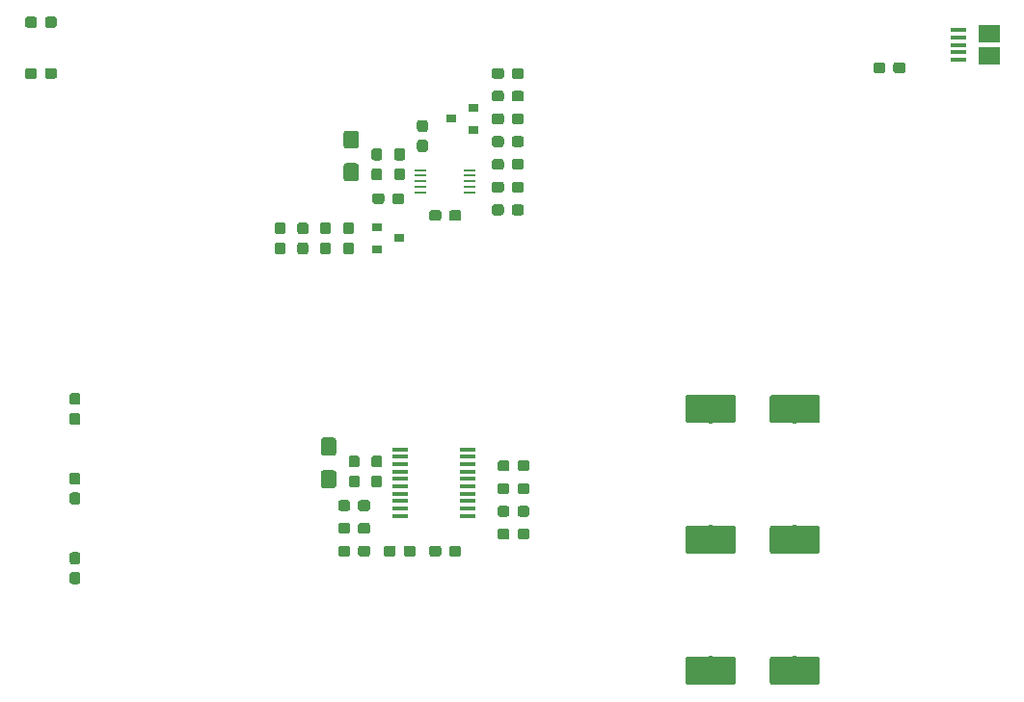
<source format=gbr>
G04 #@! TF.GenerationSoftware,KiCad,Pcbnew,(5.1.0)-1*
G04 #@! TF.CreationDate,2019-03-23T21:37:36-07:00*
G04 #@! TF.ProjectId,yuv2dvi,79757632-6476-4692-9e6b-696361645f70,0.1*
G04 #@! TF.SameCoordinates,Original*
G04 #@! TF.FileFunction,Paste,Top*
G04 #@! TF.FilePolarity,Positive*
%FSLAX46Y46*%
G04 Gerber Fmt 4.6, Leading zero omitted, Abs format (unit mm)*
G04 Created by KiCad (PCBNEW (5.1.0)-1) date 2019-03-23 21:37:36*
%MOMM*%
%LPD*%
G04 APERTURE LIST*
%ADD10C,0.100000*%
%ADD11C,0.950000*%
%ADD12C,1.350000*%
%ADD13R,1.900000X1.500000*%
%ADD14R,1.350000X0.400000*%
%ADD15C,2.500000*%
%ADD16R,1.100000X0.250000*%
%ADD17R,1.450000X0.450000*%
%ADD18R,0.900000X0.800000*%
G04 APERTURE END LIST*
D10*
G36*
X163935779Y-104526144D02*
G01*
X163958834Y-104529563D01*
X163981443Y-104535227D01*
X164003387Y-104543079D01*
X164024457Y-104553044D01*
X164044448Y-104565026D01*
X164063168Y-104578910D01*
X164080438Y-104594562D01*
X164096090Y-104611832D01*
X164109974Y-104630552D01*
X164121956Y-104650543D01*
X164131921Y-104671613D01*
X164139773Y-104693557D01*
X164145437Y-104716166D01*
X164148856Y-104739221D01*
X164150000Y-104762500D01*
X164150000Y-105237500D01*
X164148856Y-105260779D01*
X164145437Y-105283834D01*
X164139773Y-105306443D01*
X164131921Y-105328387D01*
X164121956Y-105349457D01*
X164109974Y-105369448D01*
X164096090Y-105388168D01*
X164080438Y-105405438D01*
X164063168Y-105421090D01*
X164044448Y-105434974D01*
X164024457Y-105446956D01*
X164003387Y-105456921D01*
X163981443Y-105464773D01*
X163958834Y-105470437D01*
X163935779Y-105473856D01*
X163912500Y-105475000D01*
X163337500Y-105475000D01*
X163314221Y-105473856D01*
X163291166Y-105470437D01*
X163268557Y-105464773D01*
X163246613Y-105456921D01*
X163225543Y-105446956D01*
X163205552Y-105434974D01*
X163186832Y-105421090D01*
X163169562Y-105405438D01*
X163153910Y-105388168D01*
X163140026Y-105369448D01*
X163128044Y-105349457D01*
X163118079Y-105328387D01*
X163110227Y-105306443D01*
X163104563Y-105283834D01*
X163101144Y-105260779D01*
X163100000Y-105237500D01*
X163100000Y-104762500D01*
X163101144Y-104739221D01*
X163104563Y-104716166D01*
X163110227Y-104693557D01*
X163118079Y-104671613D01*
X163128044Y-104650543D01*
X163140026Y-104630552D01*
X163153910Y-104611832D01*
X163169562Y-104594562D01*
X163186832Y-104578910D01*
X163205552Y-104565026D01*
X163225543Y-104553044D01*
X163246613Y-104543079D01*
X163268557Y-104535227D01*
X163291166Y-104529563D01*
X163314221Y-104526144D01*
X163337500Y-104525000D01*
X163912500Y-104525000D01*
X163935779Y-104526144D01*
X163935779Y-104526144D01*
G37*
D11*
X163625000Y-105000000D03*
D10*
G36*
X165685779Y-104526144D02*
G01*
X165708834Y-104529563D01*
X165731443Y-104535227D01*
X165753387Y-104543079D01*
X165774457Y-104553044D01*
X165794448Y-104565026D01*
X165813168Y-104578910D01*
X165830438Y-104594562D01*
X165846090Y-104611832D01*
X165859974Y-104630552D01*
X165871956Y-104650543D01*
X165881921Y-104671613D01*
X165889773Y-104693557D01*
X165895437Y-104716166D01*
X165898856Y-104739221D01*
X165900000Y-104762500D01*
X165900000Y-105237500D01*
X165898856Y-105260779D01*
X165895437Y-105283834D01*
X165889773Y-105306443D01*
X165881921Y-105328387D01*
X165871956Y-105349457D01*
X165859974Y-105369448D01*
X165846090Y-105388168D01*
X165830438Y-105405438D01*
X165813168Y-105421090D01*
X165794448Y-105434974D01*
X165774457Y-105446956D01*
X165753387Y-105456921D01*
X165731443Y-105464773D01*
X165708834Y-105470437D01*
X165685779Y-105473856D01*
X165662500Y-105475000D01*
X165087500Y-105475000D01*
X165064221Y-105473856D01*
X165041166Y-105470437D01*
X165018557Y-105464773D01*
X164996613Y-105456921D01*
X164975543Y-105446956D01*
X164955552Y-105434974D01*
X164936832Y-105421090D01*
X164919562Y-105405438D01*
X164903910Y-105388168D01*
X164890026Y-105369448D01*
X164878044Y-105349457D01*
X164868079Y-105328387D01*
X164860227Y-105306443D01*
X164854563Y-105283834D01*
X164851144Y-105260779D01*
X164850000Y-105237500D01*
X164850000Y-104762500D01*
X164851144Y-104739221D01*
X164854563Y-104716166D01*
X164860227Y-104693557D01*
X164868079Y-104671613D01*
X164878044Y-104650543D01*
X164890026Y-104630552D01*
X164903910Y-104611832D01*
X164919562Y-104594562D01*
X164936832Y-104578910D01*
X164955552Y-104565026D01*
X164975543Y-104553044D01*
X164996613Y-104543079D01*
X165018557Y-104535227D01*
X165041166Y-104529563D01*
X165064221Y-104526144D01*
X165087500Y-104525000D01*
X165662500Y-104525000D01*
X165685779Y-104526144D01*
X165685779Y-104526144D01*
G37*
D11*
X165375000Y-105000000D03*
D10*
G36*
X153935779Y-112026144D02*
G01*
X153958834Y-112029563D01*
X153981443Y-112035227D01*
X154003387Y-112043079D01*
X154024457Y-112053044D01*
X154044448Y-112065026D01*
X154063168Y-112078910D01*
X154080438Y-112094562D01*
X154096090Y-112111832D01*
X154109974Y-112130552D01*
X154121956Y-112150543D01*
X154131921Y-112171613D01*
X154139773Y-112193557D01*
X154145437Y-112216166D01*
X154148856Y-112239221D01*
X154150000Y-112262500D01*
X154150000Y-112737500D01*
X154148856Y-112760779D01*
X154145437Y-112783834D01*
X154139773Y-112806443D01*
X154131921Y-112828387D01*
X154121956Y-112849457D01*
X154109974Y-112869448D01*
X154096090Y-112888168D01*
X154080438Y-112905438D01*
X154063168Y-112921090D01*
X154044448Y-112934974D01*
X154024457Y-112946956D01*
X154003387Y-112956921D01*
X153981443Y-112964773D01*
X153958834Y-112970437D01*
X153935779Y-112973856D01*
X153912500Y-112975000D01*
X153337500Y-112975000D01*
X153314221Y-112973856D01*
X153291166Y-112970437D01*
X153268557Y-112964773D01*
X153246613Y-112956921D01*
X153225543Y-112946956D01*
X153205552Y-112934974D01*
X153186832Y-112921090D01*
X153169562Y-112905438D01*
X153153910Y-112888168D01*
X153140026Y-112869448D01*
X153128044Y-112849457D01*
X153118079Y-112828387D01*
X153110227Y-112806443D01*
X153104563Y-112783834D01*
X153101144Y-112760779D01*
X153100000Y-112737500D01*
X153100000Y-112262500D01*
X153101144Y-112239221D01*
X153104563Y-112216166D01*
X153110227Y-112193557D01*
X153118079Y-112171613D01*
X153128044Y-112150543D01*
X153140026Y-112130552D01*
X153153910Y-112111832D01*
X153169562Y-112094562D01*
X153186832Y-112078910D01*
X153205552Y-112065026D01*
X153225543Y-112053044D01*
X153246613Y-112043079D01*
X153268557Y-112035227D01*
X153291166Y-112029563D01*
X153314221Y-112026144D01*
X153337500Y-112025000D01*
X153912500Y-112025000D01*
X153935779Y-112026144D01*
X153935779Y-112026144D01*
G37*
D11*
X153625000Y-112500000D03*
D10*
G36*
X155685779Y-112026144D02*
G01*
X155708834Y-112029563D01*
X155731443Y-112035227D01*
X155753387Y-112043079D01*
X155774457Y-112053044D01*
X155794448Y-112065026D01*
X155813168Y-112078910D01*
X155830438Y-112094562D01*
X155846090Y-112111832D01*
X155859974Y-112130552D01*
X155871956Y-112150543D01*
X155881921Y-112171613D01*
X155889773Y-112193557D01*
X155895437Y-112216166D01*
X155898856Y-112239221D01*
X155900000Y-112262500D01*
X155900000Y-112737500D01*
X155898856Y-112760779D01*
X155895437Y-112783834D01*
X155889773Y-112806443D01*
X155881921Y-112828387D01*
X155871956Y-112849457D01*
X155859974Y-112869448D01*
X155846090Y-112888168D01*
X155830438Y-112905438D01*
X155813168Y-112921090D01*
X155794448Y-112934974D01*
X155774457Y-112946956D01*
X155753387Y-112956921D01*
X155731443Y-112964773D01*
X155708834Y-112970437D01*
X155685779Y-112973856D01*
X155662500Y-112975000D01*
X155087500Y-112975000D01*
X155064221Y-112973856D01*
X155041166Y-112970437D01*
X155018557Y-112964773D01*
X154996613Y-112956921D01*
X154975543Y-112946956D01*
X154955552Y-112934974D01*
X154936832Y-112921090D01*
X154919562Y-112905438D01*
X154903910Y-112888168D01*
X154890026Y-112869448D01*
X154878044Y-112849457D01*
X154868079Y-112828387D01*
X154860227Y-112806443D01*
X154854563Y-112783834D01*
X154851144Y-112760779D01*
X154850000Y-112737500D01*
X154850000Y-112262500D01*
X154851144Y-112239221D01*
X154854563Y-112216166D01*
X154860227Y-112193557D01*
X154868079Y-112171613D01*
X154878044Y-112150543D01*
X154890026Y-112130552D01*
X154903910Y-112111832D01*
X154919562Y-112094562D01*
X154936832Y-112078910D01*
X154955552Y-112065026D01*
X154975543Y-112053044D01*
X154996613Y-112043079D01*
X155018557Y-112035227D01*
X155041166Y-112029563D01*
X155064221Y-112026144D01*
X155087500Y-112025000D01*
X155662500Y-112025000D01*
X155685779Y-112026144D01*
X155685779Y-112026144D01*
G37*
D11*
X155375000Y-112500000D03*
D10*
G36*
X159685779Y-112026144D02*
G01*
X159708834Y-112029563D01*
X159731443Y-112035227D01*
X159753387Y-112043079D01*
X159774457Y-112053044D01*
X159794448Y-112065026D01*
X159813168Y-112078910D01*
X159830438Y-112094562D01*
X159846090Y-112111832D01*
X159859974Y-112130552D01*
X159871956Y-112150543D01*
X159881921Y-112171613D01*
X159889773Y-112193557D01*
X159895437Y-112216166D01*
X159898856Y-112239221D01*
X159900000Y-112262500D01*
X159900000Y-112737500D01*
X159898856Y-112760779D01*
X159895437Y-112783834D01*
X159889773Y-112806443D01*
X159881921Y-112828387D01*
X159871956Y-112849457D01*
X159859974Y-112869448D01*
X159846090Y-112888168D01*
X159830438Y-112905438D01*
X159813168Y-112921090D01*
X159794448Y-112934974D01*
X159774457Y-112946956D01*
X159753387Y-112956921D01*
X159731443Y-112964773D01*
X159708834Y-112970437D01*
X159685779Y-112973856D01*
X159662500Y-112975000D01*
X159087500Y-112975000D01*
X159064221Y-112973856D01*
X159041166Y-112970437D01*
X159018557Y-112964773D01*
X158996613Y-112956921D01*
X158975543Y-112946956D01*
X158955552Y-112934974D01*
X158936832Y-112921090D01*
X158919562Y-112905438D01*
X158903910Y-112888168D01*
X158890026Y-112869448D01*
X158878044Y-112849457D01*
X158868079Y-112828387D01*
X158860227Y-112806443D01*
X158854563Y-112783834D01*
X158851144Y-112760779D01*
X158850000Y-112737500D01*
X158850000Y-112262500D01*
X158851144Y-112239221D01*
X158854563Y-112216166D01*
X158860227Y-112193557D01*
X158868079Y-112171613D01*
X158878044Y-112150543D01*
X158890026Y-112130552D01*
X158903910Y-112111832D01*
X158919562Y-112094562D01*
X158936832Y-112078910D01*
X158955552Y-112065026D01*
X158975543Y-112053044D01*
X158996613Y-112043079D01*
X159018557Y-112035227D01*
X159041166Y-112029563D01*
X159064221Y-112026144D01*
X159087500Y-112025000D01*
X159662500Y-112025000D01*
X159685779Y-112026144D01*
X159685779Y-112026144D01*
G37*
D11*
X159375000Y-112500000D03*
D10*
G36*
X157935779Y-112026144D02*
G01*
X157958834Y-112029563D01*
X157981443Y-112035227D01*
X158003387Y-112043079D01*
X158024457Y-112053044D01*
X158044448Y-112065026D01*
X158063168Y-112078910D01*
X158080438Y-112094562D01*
X158096090Y-112111832D01*
X158109974Y-112130552D01*
X158121956Y-112150543D01*
X158131921Y-112171613D01*
X158139773Y-112193557D01*
X158145437Y-112216166D01*
X158148856Y-112239221D01*
X158150000Y-112262500D01*
X158150000Y-112737500D01*
X158148856Y-112760779D01*
X158145437Y-112783834D01*
X158139773Y-112806443D01*
X158131921Y-112828387D01*
X158121956Y-112849457D01*
X158109974Y-112869448D01*
X158096090Y-112888168D01*
X158080438Y-112905438D01*
X158063168Y-112921090D01*
X158044448Y-112934974D01*
X158024457Y-112946956D01*
X158003387Y-112956921D01*
X157981443Y-112964773D01*
X157958834Y-112970437D01*
X157935779Y-112973856D01*
X157912500Y-112975000D01*
X157337500Y-112975000D01*
X157314221Y-112973856D01*
X157291166Y-112970437D01*
X157268557Y-112964773D01*
X157246613Y-112956921D01*
X157225543Y-112946956D01*
X157205552Y-112934974D01*
X157186832Y-112921090D01*
X157169562Y-112905438D01*
X157153910Y-112888168D01*
X157140026Y-112869448D01*
X157128044Y-112849457D01*
X157118079Y-112828387D01*
X157110227Y-112806443D01*
X157104563Y-112783834D01*
X157101144Y-112760779D01*
X157100000Y-112737500D01*
X157100000Y-112262500D01*
X157101144Y-112239221D01*
X157104563Y-112216166D01*
X157110227Y-112193557D01*
X157118079Y-112171613D01*
X157128044Y-112150543D01*
X157140026Y-112130552D01*
X157153910Y-112111832D01*
X157169562Y-112094562D01*
X157186832Y-112078910D01*
X157205552Y-112065026D01*
X157225543Y-112053044D01*
X157246613Y-112043079D01*
X157268557Y-112035227D01*
X157291166Y-112029563D01*
X157314221Y-112026144D01*
X157337500Y-112025000D01*
X157912500Y-112025000D01*
X157935779Y-112026144D01*
X157935779Y-112026144D01*
G37*
D11*
X157625000Y-112500000D03*
D10*
G36*
X150699505Y-75526204D02*
G01*
X150723773Y-75529804D01*
X150747572Y-75535765D01*
X150770671Y-75544030D01*
X150792850Y-75554520D01*
X150813893Y-75567132D01*
X150833599Y-75581747D01*
X150851777Y-75598223D01*
X150868253Y-75616401D01*
X150882868Y-75636107D01*
X150895480Y-75657150D01*
X150905970Y-75679329D01*
X150914235Y-75702428D01*
X150920196Y-75726227D01*
X150923796Y-75750495D01*
X150925000Y-75774999D01*
X150925000Y-76850001D01*
X150923796Y-76874505D01*
X150920196Y-76898773D01*
X150914235Y-76922572D01*
X150905970Y-76945671D01*
X150895480Y-76967850D01*
X150882868Y-76988893D01*
X150868253Y-77008599D01*
X150851777Y-77026777D01*
X150833599Y-77043253D01*
X150813893Y-77057868D01*
X150792850Y-77070480D01*
X150770671Y-77080970D01*
X150747572Y-77089235D01*
X150723773Y-77095196D01*
X150699505Y-77098796D01*
X150675001Y-77100000D01*
X149824999Y-77100000D01*
X149800495Y-77098796D01*
X149776227Y-77095196D01*
X149752428Y-77089235D01*
X149729329Y-77080970D01*
X149707150Y-77070480D01*
X149686107Y-77057868D01*
X149666401Y-77043253D01*
X149648223Y-77026777D01*
X149631747Y-77008599D01*
X149617132Y-76988893D01*
X149604520Y-76967850D01*
X149594030Y-76945671D01*
X149585765Y-76922572D01*
X149579804Y-76898773D01*
X149576204Y-76874505D01*
X149575000Y-76850001D01*
X149575000Y-75774999D01*
X149576204Y-75750495D01*
X149579804Y-75726227D01*
X149585765Y-75702428D01*
X149594030Y-75679329D01*
X149604520Y-75657150D01*
X149617132Y-75636107D01*
X149631747Y-75616401D01*
X149648223Y-75598223D01*
X149666401Y-75581747D01*
X149686107Y-75567132D01*
X149707150Y-75554520D01*
X149729329Y-75544030D01*
X149752428Y-75535765D01*
X149776227Y-75529804D01*
X149800495Y-75526204D01*
X149824999Y-75525000D01*
X150675001Y-75525000D01*
X150699505Y-75526204D01*
X150699505Y-75526204D01*
G37*
D12*
X150250000Y-76312500D03*
D10*
G36*
X150699505Y-78401204D02*
G01*
X150723773Y-78404804D01*
X150747572Y-78410765D01*
X150770671Y-78419030D01*
X150792850Y-78429520D01*
X150813893Y-78442132D01*
X150833599Y-78456747D01*
X150851777Y-78473223D01*
X150868253Y-78491401D01*
X150882868Y-78511107D01*
X150895480Y-78532150D01*
X150905970Y-78554329D01*
X150914235Y-78577428D01*
X150920196Y-78601227D01*
X150923796Y-78625495D01*
X150925000Y-78649999D01*
X150925000Y-79725001D01*
X150923796Y-79749505D01*
X150920196Y-79773773D01*
X150914235Y-79797572D01*
X150905970Y-79820671D01*
X150895480Y-79842850D01*
X150882868Y-79863893D01*
X150868253Y-79883599D01*
X150851777Y-79901777D01*
X150833599Y-79918253D01*
X150813893Y-79932868D01*
X150792850Y-79945480D01*
X150770671Y-79955970D01*
X150747572Y-79964235D01*
X150723773Y-79970196D01*
X150699505Y-79973796D01*
X150675001Y-79975000D01*
X149824999Y-79975000D01*
X149800495Y-79973796D01*
X149776227Y-79970196D01*
X149752428Y-79964235D01*
X149729329Y-79955970D01*
X149707150Y-79945480D01*
X149686107Y-79932868D01*
X149666401Y-79918253D01*
X149648223Y-79901777D01*
X149631747Y-79883599D01*
X149617132Y-79863893D01*
X149604520Y-79842850D01*
X149594030Y-79820671D01*
X149585765Y-79797572D01*
X149579804Y-79773773D01*
X149576204Y-79749505D01*
X149575000Y-79725001D01*
X149575000Y-78649999D01*
X149576204Y-78625495D01*
X149579804Y-78601227D01*
X149585765Y-78577428D01*
X149594030Y-78554329D01*
X149604520Y-78532150D01*
X149617132Y-78511107D01*
X149631747Y-78491401D01*
X149648223Y-78473223D01*
X149666401Y-78456747D01*
X149686107Y-78442132D01*
X149707150Y-78429520D01*
X149729329Y-78419030D01*
X149752428Y-78410765D01*
X149776227Y-78404804D01*
X149800495Y-78401204D01*
X149824999Y-78400000D01*
X150675001Y-78400000D01*
X150699505Y-78401204D01*
X150699505Y-78401204D01*
G37*
D12*
X150250000Y-79187500D03*
D10*
G36*
X148699505Y-102526204D02*
G01*
X148723773Y-102529804D01*
X148747572Y-102535765D01*
X148770671Y-102544030D01*
X148792850Y-102554520D01*
X148813893Y-102567132D01*
X148833599Y-102581747D01*
X148851777Y-102598223D01*
X148868253Y-102616401D01*
X148882868Y-102636107D01*
X148895480Y-102657150D01*
X148905970Y-102679329D01*
X148914235Y-102702428D01*
X148920196Y-102726227D01*
X148923796Y-102750495D01*
X148925000Y-102774999D01*
X148925000Y-103850001D01*
X148923796Y-103874505D01*
X148920196Y-103898773D01*
X148914235Y-103922572D01*
X148905970Y-103945671D01*
X148895480Y-103967850D01*
X148882868Y-103988893D01*
X148868253Y-104008599D01*
X148851777Y-104026777D01*
X148833599Y-104043253D01*
X148813893Y-104057868D01*
X148792850Y-104070480D01*
X148770671Y-104080970D01*
X148747572Y-104089235D01*
X148723773Y-104095196D01*
X148699505Y-104098796D01*
X148675001Y-104100000D01*
X147824999Y-104100000D01*
X147800495Y-104098796D01*
X147776227Y-104095196D01*
X147752428Y-104089235D01*
X147729329Y-104080970D01*
X147707150Y-104070480D01*
X147686107Y-104057868D01*
X147666401Y-104043253D01*
X147648223Y-104026777D01*
X147631747Y-104008599D01*
X147617132Y-103988893D01*
X147604520Y-103967850D01*
X147594030Y-103945671D01*
X147585765Y-103922572D01*
X147579804Y-103898773D01*
X147576204Y-103874505D01*
X147575000Y-103850001D01*
X147575000Y-102774999D01*
X147576204Y-102750495D01*
X147579804Y-102726227D01*
X147585765Y-102702428D01*
X147594030Y-102679329D01*
X147604520Y-102657150D01*
X147617132Y-102636107D01*
X147631747Y-102616401D01*
X147648223Y-102598223D01*
X147666401Y-102581747D01*
X147686107Y-102567132D01*
X147707150Y-102554520D01*
X147729329Y-102544030D01*
X147752428Y-102535765D01*
X147776227Y-102529804D01*
X147800495Y-102526204D01*
X147824999Y-102525000D01*
X148675001Y-102525000D01*
X148699505Y-102526204D01*
X148699505Y-102526204D01*
G37*
D12*
X148250000Y-103312500D03*
D10*
G36*
X148699505Y-105401204D02*
G01*
X148723773Y-105404804D01*
X148747572Y-105410765D01*
X148770671Y-105419030D01*
X148792850Y-105429520D01*
X148813893Y-105442132D01*
X148833599Y-105456747D01*
X148851777Y-105473223D01*
X148868253Y-105491401D01*
X148882868Y-105511107D01*
X148895480Y-105532150D01*
X148905970Y-105554329D01*
X148914235Y-105577428D01*
X148920196Y-105601227D01*
X148923796Y-105625495D01*
X148925000Y-105649999D01*
X148925000Y-106725001D01*
X148923796Y-106749505D01*
X148920196Y-106773773D01*
X148914235Y-106797572D01*
X148905970Y-106820671D01*
X148895480Y-106842850D01*
X148882868Y-106863893D01*
X148868253Y-106883599D01*
X148851777Y-106901777D01*
X148833599Y-106918253D01*
X148813893Y-106932868D01*
X148792850Y-106945480D01*
X148770671Y-106955970D01*
X148747572Y-106964235D01*
X148723773Y-106970196D01*
X148699505Y-106973796D01*
X148675001Y-106975000D01*
X147824999Y-106975000D01*
X147800495Y-106973796D01*
X147776227Y-106970196D01*
X147752428Y-106964235D01*
X147729329Y-106955970D01*
X147707150Y-106945480D01*
X147686107Y-106932868D01*
X147666401Y-106918253D01*
X147648223Y-106901777D01*
X147631747Y-106883599D01*
X147617132Y-106863893D01*
X147604520Y-106842850D01*
X147594030Y-106820671D01*
X147585765Y-106797572D01*
X147579804Y-106773773D01*
X147576204Y-106749505D01*
X147575000Y-106725001D01*
X147575000Y-105649999D01*
X147576204Y-105625495D01*
X147579804Y-105601227D01*
X147585765Y-105577428D01*
X147594030Y-105554329D01*
X147604520Y-105532150D01*
X147617132Y-105511107D01*
X147631747Y-105491401D01*
X147648223Y-105473223D01*
X147666401Y-105456747D01*
X147686107Y-105442132D01*
X147707150Y-105429520D01*
X147729329Y-105419030D01*
X147752428Y-105410765D01*
X147776227Y-105404804D01*
X147800495Y-105401204D01*
X147824999Y-105400000D01*
X148675001Y-105400000D01*
X148699505Y-105401204D01*
X148699505Y-105401204D01*
G37*
D12*
X148250000Y-106187500D03*
D13*
X206262500Y-69000000D03*
D14*
X203562500Y-68000000D03*
X203562500Y-67350000D03*
X203562500Y-66700000D03*
X203562500Y-69300000D03*
X203562500Y-68650000D03*
D13*
X206262500Y-67000000D03*
D10*
G36*
X146260779Y-83601144D02*
G01*
X146283834Y-83604563D01*
X146306443Y-83610227D01*
X146328387Y-83618079D01*
X146349457Y-83628044D01*
X146369448Y-83640026D01*
X146388168Y-83653910D01*
X146405438Y-83669562D01*
X146421090Y-83686832D01*
X146434974Y-83705552D01*
X146446956Y-83725543D01*
X146456921Y-83746613D01*
X146464773Y-83768557D01*
X146470437Y-83791166D01*
X146473856Y-83814221D01*
X146475000Y-83837500D01*
X146475000Y-84412500D01*
X146473856Y-84435779D01*
X146470437Y-84458834D01*
X146464773Y-84481443D01*
X146456921Y-84503387D01*
X146446956Y-84524457D01*
X146434974Y-84544448D01*
X146421090Y-84563168D01*
X146405438Y-84580438D01*
X146388168Y-84596090D01*
X146369448Y-84609974D01*
X146349457Y-84621956D01*
X146328387Y-84631921D01*
X146306443Y-84639773D01*
X146283834Y-84645437D01*
X146260779Y-84648856D01*
X146237500Y-84650000D01*
X145762500Y-84650000D01*
X145739221Y-84648856D01*
X145716166Y-84645437D01*
X145693557Y-84639773D01*
X145671613Y-84631921D01*
X145650543Y-84621956D01*
X145630552Y-84609974D01*
X145611832Y-84596090D01*
X145594562Y-84580438D01*
X145578910Y-84563168D01*
X145565026Y-84544448D01*
X145553044Y-84524457D01*
X145543079Y-84503387D01*
X145535227Y-84481443D01*
X145529563Y-84458834D01*
X145526144Y-84435779D01*
X145525000Y-84412500D01*
X145525000Y-83837500D01*
X145526144Y-83814221D01*
X145529563Y-83791166D01*
X145535227Y-83768557D01*
X145543079Y-83746613D01*
X145553044Y-83725543D01*
X145565026Y-83705552D01*
X145578910Y-83686832D01*
X145594562Y-83669562D01*
X145611832Y-83653910D01*
X145630552Y-83640026D01*
X145650543Y-83628044D01*
X145671613Y-83618079D01*
X145693557Y-83610227D01*
X145716166Y-83604563D01*
X145739221Y-83601144D01*
X145762500Y-83600000D01*
X146237500Y-83600000D01*
X146260779Y-83601144D01*
X146260779Y-83601144D01*
G37*
D11*
X146000000Y-84125000D03*
D10*
G36*
X146260779Y-85351144D02*
G01*
X146283834Y-85354563D01*
X146306443Y-85360227D01*
X146328387Y-85368079D01*
X146349457Y-85378044D01*
X146369448Y-85390026D01*
X146388168Y-85403910D01*
X146405438Y-85419562D01*
X146421090Y-85436832D01*
X146434974Y-85455552D01*
X146446956Y-85475543D01*
X146456921Y-85496613D01*
X146464773Y-85518557D01*
X146470437Y-85541166D01*
X146473856Y-85564221D01*
X146475000Y-85587500D01*
X146475000Y-86162500D01*
X146473856Y-86185779D01*
X146470437Y-86208834D01*
X146464773Y-86231443D01*
X146456921Y-86253387D01*
X146446956Y-86274457D01*
X146434974Y-86294448D01*
X146421090Y-86313168D01*
X146405438Y-86330438D01*
X146388168Y-86346090D01*
X146369448Y-86359974D01*
X146349457Y-86371956D01*
X146328387Y-86381921D01*
X146306443Y-86389773D01*
X146283834Y-86395437D01*
X146260779Y-86398856D01*
X146237500Y-86400000D01*
X145762500Y-86400000D01*
X145739221Y-86398856D01*
X145716166Y-86395437D01*
X145693557Y-86389773D01*
X145671613Y-86381921D01*
X145650543Y-86371956D01*
X145630552Y-86359974D01*
X145611832Y-86346090D01*
X145594562Y-86330438D01*
X145578910Y-86313168D01*
X145565026Y-86294448D01*
X145553044Y-86274457D01*
X145543079Y-86253387D01*
X145535227Y-86231443D01*
X145529563Y-86208834D01*
X145526144Y-86185779D01*
X145525000Y-86162500D01*
X145525000Y-85587500D01*
X145526144Y-85564221D01*
X145529563Y-85541166D01*
X145535227Y-85518557D01*
X145543079Y-85496613D01*
X145553044Y-85475543D01*
X145565026Y-85455552D01*
X145578910Y-85436832D01*
X145594562Y-85419562D01*
X145611832Y-85403910D01*
X145630552Y-85390026D01*
X145650543Y-85378044D01*
X145671613Y-85368079D01*
X145693557Y-85360227D01*
X145716166Y-85354563D01*
X145739221Y-85351144D01*
X145762500Y-85350000D01*
X146237500Y-85350000D01*
X146260779Y-85351144D01*
X146260779Y-85351144D01*
G37*
D11*
X146000000Y-85875000D03*
D10*
G36*
X148260779Y-83601144D02*
G01*
X148283834Y-83604563D01*
X148306443Y-83610227D01*
X148328387Y-83618079D01*
X148349457Y-83628044D01*
X148369448Y-83640026D01*
X148388168Y-83653910D01*
X148405438Y-83669562D01*
X148421090Y-83686832D01*
X148434974Y-83705552D01*
X148446956Y-83725543D01*
X148456921Y-83746613D01*
X148464773Y-83768557D01*
X148470437Y-83791166D01*
X148473856Y-83814221D01*
X148475000Y-83837500D01*
X148475000Y-84412500D01*
X148473856Y-84435779D01*
X148470437Y-84458834D01*
X148464773Y-84481443D01*
X148456921Y-84503387D01*
X148446956Y-84524457D01*
X148434974Y-84544448D01*
X148421090Y-84563168D01*
X148405438Y-84580438D01*
X148388168Y-84596090D01*
X148369448Y-84609974D01*
X148349457Y-84621956D01*
X148328387Y-84631921D01*
X148306443Y-84639773D01*
X148283834Y-84645437D01*
X148260779Y-84648856D01*
X148237500Y-84650000D01*
X147762500Y-84650000D01*
X147739221Y-84648856D01*
X147716166Y-84645437D01*
X147693557Y-84639773D01*
X147671613Y-84631921D01*
X147650543Y-84621956D01*
X147630552Y-84609974D01*
X147611832Y-84596090D01*
X147594562Y-84580438D01*
X147578910Y-84563168D01*
X147565026Y-84544448D01*
X147553044Y-84524457D01*
X147543079Y-84503387D01*
X147535227Y-84481443D01*
X147529563Y-84458834D01*
X147526144Y-84435779D01*
X147525000Y-84412500D01*
X147525000Y-83837500D01*
X147526144Y-83814221D01*
X147529563Y-83791166D01*
X147535227Y-83768557D01*
X147543079Y-83746613D01*
X147553044Y-83725543D01*
X147565026Y-83705552D01*
X147578910Y-83686832D01*
X147594562Y-83669562D01*
X147611832Y-83653910D01*
X147630552Y-83640026D01*
X147650543Y-83628044D01*
X147671613Y-83618079D01*
X147693557Y-83610227D01*
X147716166Y-83604563D01*
X147739221Y-83601144D01*
X147762500Y-83600000D01*
X148237500Y-83600000D01*
X148260779Y-83601144D01*
X148260779Y-83601144D01*
G37*
D11*
X148000000Y-84125000D03*
D10*
G36*
X148260779Y-85351144D02*
G01*
X148283834Y-85354563D01*
X148306443Y-85360227D01*
X148328387Y-85368079D01*
X148349457Y-85378044D01*
X148369448Y-85390026D01*
X148388168Y-85403910D01*
X148405438Y-85419562D01*
X148421090Y-85436832D01*
X148434974Y-85455552D01*
X148446956Y-85475543D01*
X148456921Y-85496613D01*
X148464773Y-85518557D01*
X148470437Y-85541166D01*
X148473856Y-85564221D01*
X148475000Y-85587500D01*
X148475000Y-86162500D01*
X148473856Y-86185779D01*
X148470437Y-86208834D01*
X148464773Y-86231443D01*
X148456921Y-86253387D01*
X148446956Y-86274457D01*
X148434974Y-86294448D01*
X148421090Y-86313168D01*
X148405438Y-86330438D01*
X148388168Y-86346090D01*
X148369448Y-86359974D01*
X148349457Y-86371956D01*
X148328387Y-86381921D01*
X148306443Y-86389773D01*
X148283834Y-86395437D01*
X148260779Y-86398856D01*
X148237500Y-86400000D01*
X147762500Y-86400000D01*
X147739221Y-86398856D01*
X147716166Y-86395437D01*
X147693557Y-86389773D01*
X147671613Y-86381921D01*
X147650543Y-86371956D01*
X147630552Y-86359974D01*
X147611832Y-86346090D01*
X147594562Y-86330438D01*
X147578910Y-86313168D01*
X147565026Y-86294448D01*
X147553044Y-86274457D01*
X147543079Y-86253387D01*
X147535227Y-86231443D01*
X147529563Y-86208834D01*
X147526144Y-86185779D01*
X147525000Y-86162500D01*
X147525000Y-85587500D01*
X147526144Y-85564221D01*
X147529563Y-85541166D01*
X147535227Y-85518557D01*
X147543079Y-85496613D01*
X147553044Y-85475543D01*
X147565026Y-85455552D01*
X147578910Y-85436832D01*
X147594562Y-85419562D01*
X147611832Y-85403910D01*
X147630552Y-85390026D01*
X147650543Y-85378044D01*
X147671613Y-85368079D01*
X147693557Y-85360227D01*
X147716166Y-85354563D01*
X147739221Y-85351144D01*
X147762500Y-85350000D01*
X148237500Y-85350000D01*
X148260779Y-85351144D01*
X148260779Y-85351144D01*
G37*
D11*
X148000000Y-85875000D03*
D10*
G36*
X191174504Y-110251204D02*
G01*
X191198773Y-110254804D01*
X191222571Y-110260765D01*
X191245671Y-110269030D01*
X191267849Y-110279520D01*
X191288893Y-110292133D01*
X191308598Y-110306747D01*
X191326777Y-110323223D01*
X191343253Y-110341402D01*
X191357867Y-110361107D01*
X191370480Y-110382151D01*
X191380970Y-110404329D01*
X191389235Y-110427429D01*
X191395196Y-110451227D01*
X191398796Y-110475496D01*
X191400000Y-110500000D01*
X191400000Y-112500000D01*
X191398796Y-112524504D01*
X191395196Y-112548773D01*
X191389235Y-112572571D01*
X191380970Y-112595671D01*
X191370480Y-112617849D01*
X191357867Y-112638893D01*
X191343253Y-112658598D01*
X191326777Y-112676777D01*
X191308598Y-112693253D01*
X191288893Y-112707867D01*
X191267849Y-112720480D01*
X191245671Y-112730970D01*
X191222571Y-112739235D01*
X191198773Y-112745196D01*
X191174504Y-112748796D01*
X191150000Y-112750000D01*
X187250000Y-112750000D01*
X187225496Y-112748796D01*
X187201227Y-112745196D01*
X187177429Y-112739235D01*
X187154329Y-112730970D01*
X187132151Y-112720480D01*
X187111107Y-112707867D01*
X187091402Y-112693253D01*
X187073223Y-112676777D01*
X187056747Y-112658598D01*
X187042133Y-112638893D01*
X187029520Y-112617849D01*
X187019030Y-112595671D01*
X187010765Y-112572571D01*
X187004804Y-112548773D01*
X187001204Y-112524504D01*
X187000000Y-112500000D01*
X187000000Y-110500000D01*
X187001204Y-110475496D01*
X187004804Y-110451227D01*
X187010765Y-110427429D01*
X187019030Y-110404329D01*
X187029520Y-110382151D01*
X187042133Y-110361107D01*
X187056747Y-110341402D01*
X187073223Y-110323223D01*
X187091402Y-110306747D01*
X187111107Y-110292133D01*
X187132151Y-110279520D01*
X187154329Y-110269030D01*
X187177429Y-110260765D01*
X187201227Y-110254804D01*
X187225496Y-110251204D01*
X187250000Y-110250000D01*
X191150000Y-110250000D01*
X191174504Y-110251204D01*
X191174504Y-110251204D01*
G37*
D15*
X189200000Y-111500000D03*
D10*
G36*
X183774504Y-110251204D02*
G01*
X183798773Y-110254804D01*
X183822571Y-110260765D01*
X183845671Y-110269030D01*
X183867849Y-110279520D01*
X183888893Y-110292133D01*
X183908598Y-110306747D01*
X183926777Y-110323223D01*
X183943253Y-110341402D01*
X183957867Y-110361107D01*
X183970480Y-110382151D01*
X183980970Y-110404329D01*
X183989235Y-110427429D01*
X183995196Y-110451227D01*
X183998796Y-110475496D01*
X184000000Y-110500000D01*
X184000000Y-112500000D01*
X183998796Y-112524504D01*
X183995196Y-112548773D01*
X183989235Y-112572571D01*
X183980970Y-112595671D01*
X183970480Y-112617849D01*
X183957867Y-112638893D01*
X183943253Y-112658598D01*
X183926777Y-112676777D01*
X183908598Y-112693253D01*
X183888893Y-112707867D01*
X183867849Y-112720480D01*
X183845671Y-112730970D01*
X183822571Y-112739235D01*
X183798773Y-112745196D01*
X183774504Y-112748796D01*
X183750000Y-112750000D01*
X179850000Y-112750000D01*
X179825496Y-112748796D01*
X179801227Y-112745196D01*
X179777429Y-112739235D01*
X179754329Y-112730970D01*
X179732151Y-112720480D01*
X179711107Y-112707867D01*
X179691402Y-112693253D01*
X179673223Y-112676777D01*
X179656747Y-112658598D01*
X179642133Y-112638893D01*
X179629520Y-112617849D01*
X179619030Y-112595671D01*
X179610765Y-112572571D01*
X179604804Y-112548773D01*
X179601204Y-112524504D01*
X179600000Y-112500000D01*
X179600000Y-110500000D01*
X179601204Y-110475496D01*
X179604804Y-110451227D01*
X179610765Y-110427429D01*
X179619030Y-110404329D01*
X179629520Y-110382151D01*
X179642133Y-110361107D01*
X179656747Y-110341402D01*
X179673223Y-110323223D01*
X179691402Y-110306747D01*
X179711107Y-110292133D01*
X179732151Y-110279520D01*
X179754329Y-110269030D01*
X179777429Y-110260765D01*
X179801227Y-110254804D01*
X179825496Y-110251204D01*
X179850000Y-110250000D01*
X183750000Y-110250000D01*
X183774504Y-110251204D01*
X183774504Y-110251204D01*
G37*
D15*
X181800000Y-111500000D03*
D10*
G36*
X183774504Y-98751204D02*
G01*
X183798773Y-98754804D01*
X183822571Y-98760765D01*
X183845671Y-98769030D01*
X183867849Y-98779520D01*
X183888893Y-98792133D01*
X183908598Y-98806747D01*
X183926777Y-98823223D01*
X183943253Y-98841402D01*
X183957867Y-98861107D01*
X183970480Y-98882151D01*
X183980970Y-98904329D01*
X183989235Y-98927429D01*
X183995196Y-98951227D01*
X183998796Y-98975496D01*
X184000000Y-99000000D01*
X184000000Y-101000000D01*
X183998796Y-101024504D01*
X183995196Y-101048773D01*
X183989235Y-101072571D01*
X183980970Y-101095671D01*
X183970480Y-101117849D01*
X183957867Y-101138893D01*
X183943253Y-101158598D01*
X183926777Y-101176777D01*
X183908598Y-101193253D01*
X183888893Y-101207867D01*
X183867849Y-101220480D01*
X183845671Y-101230970D01*
X183822571Y-101239235D01*
X183798773Y-101245196D01*
X183774504Y-101248796D01*
X183750000Y-101250000D01*
X179850000Y-101250000D01*
X179825496Y-101248796D01*
X179801227Y-101245196D01*
X179777429Y-101239235D01*
X179754329Y-101230970D01*
X179732151Y-101220480D01*
X179711107Y-101207867D01*
X179691402Y-101193253D01*
X179673223Y-101176777D01*
X179656747Y-101158598D01*
X179642133Y-101138893D01*
X179629520Y-101117849D01*
X179619030Y-101095671D01*
X179610765Y-101072571D01*
X179604804Y-101048773D01*
X179601204Y-101024504D01*
X179600000Y-101000000D01*
X179600000Y-99000000D01*
X179601204Y-98975496D01*
X179604804Y-98951227D01*
X179610765Y-98927429D01*
X179619030Y-98904329D01*
X179629520Y-98882151D01*
X179642133Y-98861107D01*
X179656747Y-98841402D01*
X179673223Y-98823223D01*
X179691402Y-98806747D01*
X179711107Y-98792133D01*
X179732151Y-98779520D01*
X179754329Y-98769030D01*
X179777429Y-98760765D01*
X179801227Y-98754804D01*
X179825496Y-98751204D01*
X179850000Y-98750000D01*
X183750000Y-98750000D01*
X183774504Y-98751204D01*
X183774504Y-98751204D01*
G37*
D15*
X181800000Y-100000000D03*
D10*
G36*
X191174504Y-98751204D02*
G01*
X191198773Y-98754804D01*
X191222571Y-98760765D01*
X191245671Y-98769030D01*
X191267849Y-98779520D01*
X191288893Y-98792133D01*
X191308598Y-98806747D01*
X191326777Y-98823223D01*
X191343253Y-98841402D01*
X191357867Y-98861107D01*
X191370480Y-98882151D01*
X191380970Y-98904329D01*
X191389235Y-98927429D01*
X191395196Y-98951227D01*
X191398796Y-98975496D01*
X191400000Y-99000000D01*
X191400000Y-101000000D01*
X191398796Y-101024504D01*
X191395196Y-101048773D01*
X191389235Y-101072571D01*
X191380970Y-101095671D01*
X191370480Y-101117849D01*
X191357867Y-101138893D01*
X191343253Y-101158598D01*
X191326777Y-101176777D01*
X191308598Y-101193253D01*
X191288893Y-101207867D01*
X191267849Y-101220480D01*
X191245671Y-101230970D01*
X191222571Y-101239235D01*
X191198773Y-101245196D01*
X191174504Y-101248796D01*
X191150000Y-101250000D01*
X187250000Y-101250000D01*
X187225496Y-101248796D01*
X187201227Y-101245196D01*
X187177429Y-101239235D01*
X187154329Y-101230970D01*
X187132151Y-101220480D01*
X187111107Y-101207867D01*
X187091402Y-101193253D01*
X187073223Y-101176777D01*
X187056747Y-101158598D01*
X187042133Y-101138893D01*
X187029520Y-101117849D01*
X187019030Y-101095671D01*
X187010765Y-101072571D01*
X187004804Y-101048773D01*
X187001204Y-101024504D01*
X187000000Y-101000000D01*
X187000000Y-99000000D01*
X187001204Y-98975496D01*
X187004804Y-98951227D01*
X187010765Y-98927429D01*
X187019030Y-98904329D01*
X187029520Y-98882151D01*
X187042133Y-98861107D01*
X187056747Y-98841402D01*
X187073223Y-98823223D01*
X187091402Y-98806747D01*
X187111107Y-98792133D01*
X187132151Y-98779520D01*
X187154329Y-98769030D01*
X187177429Y-98760765D01*
X187201227Y-98754804D01*
X187225496Y-98751204D01*
X187250000Y-98750000D01*
X191150000Y-98750000D01*
X191174504Y-98751204D01*
X191174504Y-98751204D01*
G37*
D15*
X189200000Y-100000000D03*
D10*
G36*
X191174504Y-121751204D02*
G01*
X191198773Y-121754804D01*
X191222571Y-121760765D01*
X191245671Y-121769030D01*
X191267849Y-121779520D01*
X191288893Y-121792133D01*
X191308598Y-121806747D01*
X191326777Y-121823223D01*
X191343253Y-121841402D01*
X191357867Y-121861107D01*
X191370480Y-121882151D01*
X191380970Y-121904329D01*
X191389235Y-121927429D01*
X191395196Y-121951227D01*
X191398796Y-121975496D01*
X191400000Y-122000000D01*
X191400000Y-124000000D01*
X191398796Y-124024504D01*
X191395196Y-124048773D01*
X191389235Y-124072571D01*
X191380970Y-124095671D01*
X191370480Y-124117849D01*
X191357867Y-124138893D01*
X191343253Y-124158598D01*
X191326777Y-124176777D01*
X191308598Y-124193253D01*
X191288893Y-124207867D01*
X191267849Y-124220480D01*
X191245671Y-124230970D01*
X191222571Y-124239235D01*
X191198773Y-124245196D01*
X191174504Y-124248796D01*
X191150000Y-124250000D01*
X187250000Y-124250000D01*
X187225496Y-124248796D01*
X187201227Y-124245196D01*
X187177429Y-124239235D01*
X187154329Y-124230970D01*
X187132151Y-124220480D01*
X187111107Y-124207867D01*
X187091402Y-124193253D01*
X187073223Y-124176777D01*
X187056747Y-124158598D01*
X187042133Y-124138893D01*
X187029520Y-124117849D01*
X187019030Y-124095671D01*
X187010765Y-124072571D01*
X187004804Y-124048773D01*
X187001204Y-124024504D01*
X187000000Y-124000000D01*
X187000000Y-122000000D01*
X187001204Y-121975496D01*
X187004804Y-121951227D01*
X187010765Y-121927429D01*
X187019030Y-121904329D01*
X187029520Y-121882151D01*
X187042133Y-121861107D01*
X187056747Y-121841402D01*
X187073223Y-121823223D01*
X187091402Y-121806747D01*
X187111107Y-121792133D01*
X187132151Y-121779520D01*
X187154329Y-121769030D01*
X187177429Y-121760765D01*
X187201227Y-121754804D01*
X187225496Y-121751204D01*
X187250000Y-121750000D01*
X191150000Y-121750000D01*
X191174504Y-121751204D01*
X191174504Y-121751204D01*
G37*
D15*
X189200000Y-123000000D03*
D10*
G36*
X183774504Y-121751204D02*
G01*
X183798773Y-121754804D01*
X183822571Y-121760765D01*
X183845671Y-121769030D01*
X183867849Y-121779520D01*
X183888893Y-121792133D01*
X183908598Y-121806747D01*
X183926777Y-121823223D01*
X183943253Y-121841402D01*
X183957867Y-121861107D01*
X183970480Y-121882151D01*
X183980970Y-121904329D01*
X183989235Y-121927429D01*
X183995196Y-121951227D01*
X183998796Y-121975496D01*
X184000000Y-122000000D01*
X184000000Y-124000000D01*
X183998796Y-124024504D01*
X183995196Y-124048773D01*
X183989235Y-124072571D01*
X183980970Y-124095671D01*
X183970480Y-124117849D01*
X183957867Y-124138893D01*
X183943253Y-124158598D01*
X183926777Y-124176777D01*
X183908598Y-124193253D01*
X183888893Y-124207867D01*
X183867849Y-124220480D01*
X183845671Y-124230970D01*
X183822571Y-124239235D01*
X183798773Y-124245196D01*
X183774504Y-124248796D01*
X183750000Y-124250000D01*
X179850000Y-124250000D01*
X179825496Y-124248796D01*
X179801227Y-124245196D01*
X179777429Y-124239235D01*
X179754329Y-124230970D01*
X179732151Y-124220480D01*
X179711107Y-124207867D01*
X179691402Y-124193253D01*
X179673223Y-124176777D01*
X179656747Y-124158598D01*
X179642133Y-124138893D01*
X179629520Y-124117849D01*
X179619030Y-124095671D01*
X179610765Y-124072571D01*
X179604804Y-124048773D01*
X179601204Y-124024504D01*
X179600000Y-124000000D01*
X179600000Y-122000000D01*
X179601204Y-121975496D01*
X179604804Y-121951227D01*
X179610765Y-121927429D01*
X179619030Y-121904329D01*
X179629520Y-121882151D01*
X179642133Y-121861107D01*
X179656747Y-121841402D01*
X179673223Y-121823223D01*
X179691402Y-121806747D01*
X179711107Y-121792133D01*
X179732151Y-121779520D01*
X179754329Y-121769030D01*
X179777429Y-121760765D01*
X179801227Y-121754804D01*
X179825496Y-121751204D01*
X179850000Y-121750000D01*
X183750000Y-121750000D01*
X183774504Y-121751204D01*
X183774504Y-121751204D01*
G37*
D15*
X181800000Y-123000000D03*
D10*
G36*
X159685779Y-82526144D02*
G01*
X159708834Y-82529563D01*
X159731443Y-82535227D01*
X159753387Y-82543079D01*
X159774457Y-82553044D01*
X159794448Y-82565026D01*
X159813168Y-82578910D01*
X159830438Y-82594562D01*
X159846090Y-82611832D01*
X159859974Y-82630552D01*
X159871956Y-82650543D01*
X159881921Y-82671613D01*
X159889773Y-82693557D01*
X159895437Y-82716166D01*
X159898856Y-82739221D01*
X159900000Y-82762500D01*
X159900000Y-83237500D01*
X159898856Y-83260779D01*
X159895437Y-83283834D01*
X159889773Y-83306443D01*
X159881921Y-83328387D01*
X159871956Y-83349457D01*
X159859974Y-83369448D01*
X159846090Y-83388168D01*
X159830438Y-83405438D01*
X159813168Y-83421090D01*
X159794448Y-83434974D01*
X159774457Y-83446956D01*
X159753387Y-83456921D01*
X159731443Y-83464773D01*
X159708834Y-83470437D01*
X159685779Y-83473856D01*
X159662500Y-83475000D01*
X159087500Y-83475000D01*
X159064221Y-83473856D01*
X159041166Y-83470437D01*
X159018557Y-83464773D01*
X158996613Y-83456921D01*
X158975543Y-83446956D01*
X158955552Y-83434974D01*
X158936832Y-83421090D01*
X158919562Y-83405438D01*
X158903910Y-83388168D01*
X158890026Y-83369448D01*
X158878044Y-83349457D01*
X158868079Y-83328387D01*
X158860227Y-83306443D01*
X158854563Y-83283834D01*
X158851144Y-83260779D01*
X158850000Y-83237500D01*
X158850000Y-82762500D01*
X158851144Y-82739221D01*
X158854563Y-82716166D01*
X158860227Y-82693557D01*
X158868079Y-82671613D01*
X158878044Y-82650543D01*
X158890026Y-82630552D01*
X158903910Y-82611832D01*
X158919562Y-82594562D01*
X158936832Y-82578910D01*
X158955552Y-82565026D01*
X158975543Y-82553044D01*
X158996613Y-82543079D01*
X159018557Y-82535227D01*
X159041166Y-82529563D01*
X159064221Y-82526144D01*
X159087500Y-82525000D01*
X159662500Y-82525000D01*
X159685779Y-82526144D01*
X159685779Y-82526144D01*
G37*
D11*
X159375000Y-83000000D03*
D10*
G36*
X157935779Y-82526144D02*
G01*
X157958834Y-82529563D01*
X157981443Y-82535227D01*
X158003387Y-82543079D01*
X158024457Y-82553044D01*
X158044448Y-82565026D01*
X158063168Y-82578910D01*
X158080438Y-82594562D01*
X158096090Y-82611832D01*
X158109974Y-82630552D01*
X158121956Y-82650543D01*
X158131921Y-82671613D01*
X158139773Y-82693557D01*
X158145437Y-82716166D01*
X158148856Y-82739221D01*
X158150000Y-82762500D01*
X158150000Y-83237500D01*
X158148856Y-83260779D01*
X158145437Y-83283834D01*
X158139773Y-83306443D01*
X158131921Y-83328387D01*
X158121956Y-83349457D01*
X158109974Y-83369448D01*
X158096090Y-83388168D01*
X158080438Y-83405438D01*
X158063168Y-83421090D01*
X158044448Y-83434974D01*
X158024457Y-83446956D01*
X158003387Y-83456921D01*
X157981443Y-83464773D01*
X157958834Y-83470437D01*
X157935779Y-83473856D01*
X157912500Y-83475000D01*
X157337500Y-83475000D01*
X157314221Y-83473856D01*
X157291166Y-83470437D01*
X157268557Y-83464773D01*
X157246613Y-83456921D01*
X157225543Y-83446956D01*
X157205552Y-83434974D01*
X157186832Y-83421090D01*
X157169562Y-83405438D01*
X157153910Y-83388168D01*
X157140026Y-83369448D01*
X157128044Y-83349457D01*
X157118079Y-83328387D01*
X157110227Y-83306443D01*
X157104563Y-83283834D01*
X157101144Y-83260779D01*
X157100000Y-83237500D01*
X157100000Y-82762500D01*
X157101144Y-82739221D01*
X157104563Y-82716166D01*
X157110227Y-82693557D01*
X157118079Y-82671613D01*
X157128044Y-82650543D01*
X157140026Y-82630552D01*
X157153910Y-82611832D01*
X157169562Y-82594562D01*
X157186832Y-82578910D01*
X157205552Y-82565026D01*
X157225543Y-82553044D01*
X157246613Y-82543079D01*
X157268557Y-82535227D01*
X157291166Y-82529563D01*
X157314221Y-82526144D01*
X157337500Y-82525000D01*
X157912500Y-82525000D01*
X157935779Y-82526144D01*
X157935779Y-82526144D01*
G37*
D11*
X157625000Y-83000000D03*
D10*
G36*
X152760779Y-78851144D02*
G01*
X152783834Y-78854563D01*
X152806443Y-78860227D01*
X152828387Y-78868079D01*
X152849457Y-78878044D01*
X152869448Y-78890026D01*
X152888168Y-78903910D01*
X152905438Y-78919562D01*
X152921090Y-78936832D01*
X152934974Y-78955552D01*
X152946956Y-78975543D01*
X152956921Y-78996613D01*
X152964773Y-79018557D01*
X152970437Y-79041166D01*
X152973856Y-79064221D01*
X152975000Y-79087500D01*
X152975000Y-79662500D01*
X152973856Y-79685779D01*
X152970437Y-79708834D01*
X152964773Y-79731443D01*
X152956921Y-79753387D01*
X152946956Y-79774457D01*
X152934974Y-79794448D01*
X152921090Y-79813168D01*
X152905438Y-79830438D01*
X152888168Y-79846090D01*
X152869448Y-79859974D01*
X152849457Y-79871956D01*
X152828387Y-79881921D01*
X152806443Y-79889773D01*
X152783834Y-79895437D01*
X152760779Y-79898856D01*
X152737500Y-79900000D01*
X152262500Y-79900000D01*
X152239221Y-79898856D01*
X152216166Y-79895437D01*
X152193557Y-79889773D01*
X152171613Y-79881921D01*
X152150543Y-79871956D01*
X152130552Y-79859974D01*
X152111832Y-79846090D01*
X152094562Y-79830438D01*
X152078910Y-79813168D01*
X152065026Y-79794448D01*
X152053044Y-79774457D01*
X152043079Y-79753387D01*
X152035227Y-79731443D01*
X152029563Y-79708834D01*
X152026144Y-79685779D01*
X152025000Y-79662500D01*
X152025000Y-79087500D01*
X152026144Y-79064221D01*
X152029563Y-79041166D01*
X152035227Y-79018557D01*
X152043079Y-78996613D01*
X152053044Y-78975543D01*
X152065026Y-78955552D01*
X152078910Y-78936832D01*
X152094562Y-78919562D01*
X152111832Y-78903910D01*
X152130552Y-78890026D01*
X152150543Y-78878044D01*
X152171613Y-78868079D01*
X152193557Y-78860227D01*
X152216166Y-78854563D01*
X152239221Y-78851144D01*
X152262500Y-78850000D01*
X152737500Y-78850000D01*
X152760779Y-78851144D01*
X152760779Y-78851144D01*
G37*
D11*
X152500000Y-79375000D03*
D10*
G36*
X152760779Y-77101144D02*
G01*
X152783834Y-77104563D01*
X152806443Y-77110227D01*
X152828387Y-77118079D01*
X152849457Y-77128044D01*
X152869448Y-77140026D01*
X152888168Y-77153910D01*
X152905438Y-77169562D01*
X152921090Y-77186832D01*
X152934974Y-77205552D01*
X152946956Y-77225543D01*
X152956921Y-77246613D01*
X152964773Y-77268557D01*
X152970437Y-77291166D01*
X152973856Y-77314221D01*
X152975000Y-77337500D01*
X152975000Y-77912500D01*
X152973856Y-77935779D01*
X152970437Y-77958834D01*
X152964773Y-77981443D01*
X152956921Y-78003387D01*
X152946956Y-78024457D01*
X152934974Y-78044448D01*
X152921090Y-78063168D01*
X152905438Y-78080438D01*
X152888168Y-78096090D01*
X152869448Y-78109974D01*
X152849457Y-78121956D01*
X152828387Y-78131921D01*
X152806443Y-78139773D01*
X152783834Y-78145437D01*
X152760779Y-78148856D01*
X152737500Y-78150000D01*
X152262500Y-78150000D01*
X152239221Y-78148856D01*
X152216166Y-78145437D01*
X152193557Y-78139773D01*
X152171613Y-78131921D01*
X152150543Y-78121956D01*
X152130552Y-78109974D01*
X152111832Y-78096090D01*
X152094562Y-78080438D01*
X152078910Y-78063168D01*
X152065026Y-78044448D01*
X152053044Y-78024457D01*
X152043079Y-78003387D01*
X152035227Y-77981443D01*
X152029563Y-77958834D01*
X152026144Y-77935779D01*
X152025000Y-77912500D01*
X152025000Y-77337500D01*
X152026144Y-77314221D01*
X152029563Y-77291166D01*
X152035227Y-77268557D01*
X152043079Y-77246613D01*
X152053044Y-77225543D01*
X152065026Y-77205552D01*
X152078910Y-77186832D01*
X152094562Y-77169562D01*
X152111832Y-77153910D01*
X152130552Y-77140026D01*
X152150543Y-77128044D01*
X152171613Y-77118079D01*
X152193557Y-77110227D01*
X152216166Y-77104563D01*
X152239221Y-77101144D01*
X152262500Y-77100000D01*
X152737500Y-77100000D01*
X152760779Y-77101144D01*
X152760779Y-77101144D01*
G37*
D11*
X152500000Y-77625000D03*
D10*
G36*
X165685779Y-106526144D02*
G01*
X165708834Y-106529563D01*
X165731443Y-106535227D01*
X165753387Y-106543079D01*
X165774457Y-106553044D01*
X165794448Y-106565026D01*
X165813168Y-106578910D01*
X165830438Y-106594562D01*
X165846090Y-106611832D01*
X165859974Y-106630552D01*
X165871956Y-106650543D01*
X165881921Y-106671613D01*
X165889773Y-106693557D01*
X165895437Y-106716166D01*
X165898856Y-106739221D01*
X165900000Y-106762500D01*
X165900000Y-107237500D01*
X165898856Y-107260779D01*
X165895437Y-107283834D01*
X165889773Y-107306443D01*
X165881921Y-107328387D01*
X165871956Y-107349457D01*
X165859974Y-107369448D01*
X165846090Y-107388168D01*
X165830438Y-107405438D01*
X165813168Y-107421090D01*
X165794448Y-107434974D01*
X165774457Y-107446956D01*
X165753387Y-107456921D01*
X165731443Y-107464773D01*
X165708834Y-107470437D01*
X165685779Y-107473856D01*
X165662500Y-107475000D01*
X165087500Y-107475000D01*
X165064221Y-107473856D01*
X165041166Y-107470437D01*
X165018557Y-107464773D01*
X164996613Y-107456921D01*
X164975543Y-107446956D01*
X164955552Y-107434974D01*
X164936832Y-107421090D01*
X164919562Y-107405438D01*
X164903910Y-107388168D01*
X164890026Y-107369448D01*
X164878044Y-107349457D01*
X164868079Y-107328387D01*
X164860227Y-107306443D01*
X164854563Y-107283834D01*
X164851144Y-107260779D01*
X164850000Y-107237500D01*
X164850000Y-106762500D01*
X164851144Y-106739221D01*
X164854563Y-106716166D01*
X164860227Y-106693557D01*
X164868079Y-106671613D01*
X164878044Y-106650543D01*
X164890026Y-106630552D01*
X164903910Y-106611832D01*
X164919562Y-106594562D01*
X164936832Y-106578910D01*
X164955552Y-106565026D01*
X164975543Y-106553044D01*
X164996613Y-106543079D01*
X165018557Y-106535227D01*
X165041166Y-106529563D01*
X165064221Y-106526144D01*
X165087500Y-106525000D01*
X165662500Y-106525000D01*
X165685779Y-106526144D01*
X165685779Y-106526144D01*
G37*
D11*
X165375000Y-107000000D03*
D10*
G36*
X163935779Y-106526144D02*
G01*
X163958834Y-106529563D01*
X163981443Y-106535227D01*
X164003387Y-106543079D01*
X164024457Y-106553044D01*
X164044448Y-106565026D01*
X164063168Y-106578910D01*
X164080438Y-106594562D01*
X164096090Y-106611832D01*
X164109974Y-106630552D01*
X164121956Y-106650543D01*
X164131921Y-106671613D01*
X164139773Y-106693557D01*
X164145437Y-106716166D01*
X164148856Y-106739221D01*
X164150000Y-106762500D01*
X164150000Y-107237500D01*
X164148856Y-107260779D01*
X164145437Y-107283834D01*
X164139773Y-107306443D01*
X164131921Y-107328387D01*
X164121956Y-107349457D01*
X164109974Y-107369448D01*
X164096090Y-107388168D01*
X164080438Y-107405438D01*
X164063168Y-107421090D01*
X164044448Y-107434974D01*
X164024457Y-107446956D01*
X164003387Y-107456921D01*
X163981443Y-107464773D01*
X163958834Y-107470437D01*
X163935779Y-107473856D01*
X163912500Y-107475000D01*
X163337500Y-107475000D01*
X163314221Y-107473856D01*
X163291166Y-107470437D01*
X163268557Y-107464773D01*
X163246613Y-107456921D01*
X163225543Y-107446956D01*
X163205552Y-107434974D01*
X163186832Y-107421090D01*
X163169562Y-107405438D01*
X163153910Y-107388168D01*
X163140026Y-107369448D01*
X163128044Y-107349457D01*
X163118079Y-107328387D01*
X163110227Y-107306443D01*
X163104563Y-107283834D01*
X163101144Y-107260779D01*
X163100000Y-107237500D01*
X163100000Y-106762500D01*
X163101144Y-106739221D01*
X163104563Y-106716166D01*
X163110227Y-106693557D01*
X163118079Y-106671613D01*
X163128044Y-106650543D01*
X163140026Y-106630552D01*
X163153910Y-106611832D01*
X163169562Y-106594562D01*
X163186832Y-106578910D01*
X163205552Y-106565026D01*
X163225543Y-106553044D01*
X163246613Y-106543079D01*
X163268557Y-106535227D01*
X163291166Y-106529563D01*
X163314221Y-106526144D01*
X163337500Y-106525000D01*
X163912500Y-106525000D01*
X163935779Y-106526144D01*
X163935779Y-106526144D01*
G37*
D11*
X163625000Y-107000000D03*
D10*
G36*
X122435779Y-65526144D02*
G01*
X122458834Y-65529563D01*
X122481443Y-65535227D01*
X122503387Y-65543079D01*
X122524457Y-65553044D01*
X122544448Y-65565026D01*
X122563168Y-65578910D01*
X122580438Y-65594562D01*
X122596090Y-65611832D01*
X122609974Y-65630552D01*
X122621956Y-65650543D01*
X122631921Y-65671613D01*
X122639773Y-65693557D01*
X122645437Y-65716166D01*
X122648856Y-65739221D01*
X122650000Y-65762500D01*
X122650000Y-66237500D01*
X122648856Y-66260779D01*
X122645437Y-66283834D01*
X122639773Y-66306443D01*
X122631921Y-66328387D01*
X122621956Y-66349457D01*
X122609974Y-66369448D01*
X122596090Y-66388168D01*
X122580438Y-66405438D01*
X122563168Y-66421090D01*
X122544448Y-66434974D01*
X122524457Y-66446956D01*
X122503387Y-66456921D01*
X122481443Y-66464773D01*
X122458834Y-66470437D01*
X122435779Y-66473856D01*
X122412500Y-66475000D01*
X121837500Y-66475000D01*
X121814221Y-66473856D01*
X121791166Y-66470437D01*
X121768557Y-66464773D01*
X121746613Y-66456921D01*
X121725543Y-66446956D01*
X121705552Y-66434974D01*
X121686832Y-66421090D01*
X121669562Y-66405438D01*
X121653910Y-66388168D01*
X121640026Y-66369448D01*
X121628044Y-66349457D01*
X121618079Y-66328387D01*
X121610227Y-66306443D01*
X121604563Y-66283834D01*
X121601144Y-66260779D01*
X121600000Y-66237500D01*
X121600000Y-65762500D01*
X121601144Y-65739221D01*
X121604563Y-65716166D01*
X121610227Y-65693557D01*
X121618079Y-65671613D01*
X121628044Y-65650543D01*
X121640026Y-65630552D01*
X121653910Y-65611832D01*
X121669562Y-65594562D01*
X121686832Y-65578910D01*
X121705552Y-65565026D01*
X121725543Y-65553044D01*
X121746613Y-65543079D01*
X121768557Y-65535227D01*
X121791166Y-65529563D01*
X121814221Y-65526144D01*
X121837500Y-65525000D01*
X122412500Y-65525000D01*
X122435779Y-65526144D01*
X122435779Y-65526144D01*
G37*
D11*
X122125000Y-66000000D03*
D10*
G36*
X124185779Y-65526144D02*
G01*
X124208834Y-65529563D01*
X124231443Y-65535227D01*
X124253387Y-65543079D01*
X124274457Y-65553044D01*
X124294448Y-65565026D01*
X124313168Y-65578910D01*
X124330438Y-65594562D01*
X124346090Y-65611832D01*
X124359974Y-65630552D01*
X124371956Y-65650543D01*
X124381921Y-65671613D01*
X124389773Y-65693557D01*
X124395437Y-65716166D01*
X124398856Y-65739221D01*
X124400000Y-65762500D01*
X124400000Y-66237500D01*
X124398856Y-66260779D01*
X124395437Y-66283834D01*
X124389773Y-66306443D01*
X124381921Y-66328387D01*
X124371956Y-66349457D01*
X124359974Y-66369448D01*
X124346090Y-66388168D01*
X124330438Y-66405438D01*
X124313168Y-66421090D01*
X124294448Y-66434974D01*
X124274457Y-66446956D01*
X124253387Y-66456921D01*
X124231443Y-66464773D01*
X124208834Y-66470437D01*
X124185779Y-66473856D01*
X124162500Y-66475000D01*
X123587500Y-66475000D01*
X123564221Y-66473856D01*
X123541166Y-66470437D01*
X123518557Y-66464773D01*
X123496613Y-66456921D01*
X123475543Y-66446956D01*
X123455552Y-66434974D01*
X123436832Y-66421090D01*
X123419562Y-66405438D01*
X123403910Y-66388168D01*
X123390026Y-66369448D01*
X123378044Y-66349457D01*
X123368079Y-66328387D01*
X123360227Y-66306443D01*
X123354563Y-66283834D01*
X123351144Y-66260779D01*
X123350000Y-66237500D01*
X123350000Y-65762500D01*
X123351144Y-65739221D01*
X123354563Y-65716166D01*
X123360227Y-65693557D01*
X123368079Y-65671613D01*
X123378044Y-65650543D01*
X123390026Y-65630552D01*
X123403910Y-65611832D01*
X123419562Y-65594562D01*
X123436832Y-65578910D01*
X123455552Y-65565026D01*
X123475543Y-65553044D01*
X123496613Y-65543079D01*
X123518557Y-65535227D01*
X123541166Y-65529563D01*
X123564221Y-65526144D01*
X123587500Y-65525000D01*
X124162500Y-65525000D01*
X124185779Y-65526144D01*
X124185779Y-65526144D01*
G37*
D11*
X123875000Y-66000000D03*
D10*
G36*
X124185779Y-70026144D02*
G01*
X124208834Y-70029563D01*
X124231443Y-70035227D01*
X124253387Y-70043079D01*
X124274457Y-70053044D01*
X124294448Y-70065026D01*
X124313168Y-70078910D01*
X124330438Y-70094562D01*
X124346090Y-70111832D01*
X124359974Y-70130552D01*
X124371956Y-70150543D01*
X124381921Y-70171613D01*
X124389773Y-70193557D01*
X124395437Y-70216166D01*
X124398856Y-70239221D01*
X124400000Y-70262500D01*
X124400000Y-70737500D01*
X124398856Y-70760779D01*
X124395437Y-70783834D01*
X124389773Y-70806443D01*
X124381921Y-70828387D01*
X124371956Y-70849457D01*
X124359974Y-70869448D01*
X124346090Y-70888168D01*
X124330438Y-70905438D01*
X124313168Y-70921090D01*
X124294448Y-70934974D01*
X124274457Y-70946956D01*
X124253387Y-70956921D01*
X124231443Y-70964773D01*
X124208834Y-70970437D01*
X124185779Y-70973856D01*
X124162500Y-70975000D01*
X123587500Y-70975000D01*
X123564221Y-70973856D01*
X123541166Y-70970437D01*
X123518557Y-70964773D01*
X123496613Y-70956921D01*
X123475543Y-70946956D01*
X123455552Y-70934974D01*
X123436832Y-70921090D01*
X123419562Y-70905438D01*
X123403910Y-70888168D01*
X123390026Y-70869448D01*
X123378044Y-70849457D01*
X123368079Y-70828387D01*
X123360227Y-70806443D01*
X123354563Y-70783834D01*
X123351144Y-70760779D01*
X123350000Y-70737500D01*
X123350000Y-70262500D01*
X123351144Y-70239221D01*
X123354563Y-70216166D01*
X123360227Y-70193557D01*
X123368079Y-70171613D01*
X123378044Y-70150543D01*
X123390026Y-70130552D01*
X123403910Y-70111832D01*
X123419562Y-70094562D01*
X123436832Y-70078910D01*
X123455552Y-70065026D01*
X123475543Y-70053044D01*
X123496613Y-70043079D01*
X123518557Y-70035227D01*
X123541166Y-70029563D01*
X123564221Y-70026144D01*
X123587500Y-70025000D01*
X124162500Y-70025000D01*
X124185779Y-70026144D01*
X124185779Y-70026144D01*
G37*
D11*
X123875000Y-70500000D03*
D10*
G36*
X122435779Y-70026144D02*
G01*
X122458834Y-70029563D01*
X122481443Y-70035227D01*
X122503387Y-70043079D01*
X122524457Y-70053044D01*
X122544448Y-70065026D01*
X122563168Y-70078910D01*
X122580438Y-70094562D01*
X122596090Y-70111832D01*
X122609974Y-70130552D01*
X122621956Y-70150543D01*
X122631921Y-70171613D01*
X122639773Y-70193557D01*
X122645437Y-70216166D01*
X122648856Y-70239221D01*
X122650000Y-70262500D01*
X122650000Y-70737500D01*
X122648856Y-70760779D01*
X122645437Y-70783834D01*
X122639773Y-70806443D01*
X122631921Y-70828387D01*
X122621956Y-70849457D01*
X122609974Y-70869448D01*
X122596090Y-70888168D01*
X122580438Y-70905438D01*
X122563168Y-70921090D01*
X122544448Y-70934974D01*
X122524457Y-70946956D01*
X122503387Y-70956921D01*
X122481443Y-70964773D01*
X122458834Y-70970437D01*
X122435779Y-70973856D01*
X122412500Y-70975000D01*
X121837500Y-70975000D01*
X121814221Y-70973856D01*
X121791166Y-70970437D01*
X121768557Y-70964773D01*
X121746613Y-70956921D01*
X121725543Y-70946956D01*
X121705552Y-70934974D01*
X121686832Y-70921090D01*
X121669562Y-70905438D01*
X121653910Y-70888168D01*
X121640026Y-70869448D01*
X121628044Y-70849457D01*
X121618079Y-70828387D01*
X121610227Y-70806443D01*
X121604563Y-70783834D01*
X121601144Y-70760779D01*
X121600000Y-70737500D01*
X121600000Y-70262500D01*
X121601144Y-70239221D01*
X121604563Y-70216166D01*
X121610227Y-70193557D01*
X121618079Y-70171613D01*
X121628044Y-70150543D01*
X121640026Y-70130552D01*
X121653910Y-70111832D01*
X121669562Y-70094562D01*
X121686832Y-70078910D01*
X121705552Y-70065026D01*
X121725543Y-70053044D01*
X121746613Y-70043079D01*
X121768557Y-70035227D01*
X121791166Y-70029563D01*
X121814221Y-70026144D01*
X121837500Y-70025000D01*
X122412500Y-70025000D01*
X122435779Y-70026144D01*
X122435779Y-70026144D01*
G37*
D11*
X122125000Y-70500000D03*
D10*
G36*
X150760779Y-104101144D02*
G01*
X150783834Y-104104563D01*
X150806443Y-104110227D01*
X150828387Y-104118079D01*
X150849457Y-104128044D01*
X150869448Y-104140026D01*
X150888168Y-104153910D01*
X150905438Y-104169562D01*
X150921090Y-104186832D01*
X150934974Y-104205552D01*
X150946956Y-104225543D01*
X150956921Y-104246613D01*
X150964773Y-104268557D01*
X150970437Y-104291166D01*
X150973856Y-104314221D01*
X150975000Y-104337500D01*
X150975000Y-104912500D01*
X150973856Y-104935779D01*
X150970437Y-104958834D01*
X150964773Y-104981443D01*
X150956921Y-105003387D01*
X150946956Y-105024457D01*
X150934974Y-105044448D01*
X150921090Y-105063168D01*
X150905438Y-105080438D01*
X150888168Y-105096090D01*
X150869448Y-105109974D01*
X150849457Y-105121956D01*
X150828387Y-105131921D01*
X150806443Y-105139773D01*
X150783834Y-105145437D01*
X150760779Y-105148856D01*
X150737500Y-105150000D01*
X150262500Y-105150000D01*
X150239221Y-105148856D01*
X150216166Y-105145437D01*
X150193557Y-105139773D01*
X150171613Y-105131921D01*
X150150543Y-105121956D01*
X150130552Y-105109974D01*
X150111832Y-105096090D01*
X150094562Y-105080438D01*
X150078910Y-105063168D01*
X150065026Y-105044448D01*
X150053044Y-105024457D01*
X150043079Y-105003387D01*
X150035227Y-104981443D01*
X150029563Y-104958834D01*
X150026144Y-104935779D01*
X150025000Y-104912500D01*
X150025000Y-104337500D01*
X150026144Y-104314221D01*
X150029563Y-104291166D01*
X150035227Y-104268557D01*
X150043079Y-104246613D01*
X150053044Y-104225543D01*
X150065026Y-104205552D01*
X150078910Y-104186832D01*
X150094562Y-104169562D01*
X150111832Y-104153910D01*
X150130552Y-104140026D01*
X150150543Y-104128044D01*
X150171613Y-104118079D01*
X150193557Y-104110227D01*
X150216166Y-104104563D01*
X150239221Y-104101144D01*
X150262500Y-104100000D01*
X150737500Y-104100000D01*
X150760779Y-104101144D01*
X150760779Y-104101144D01*
G37*
D11*
X150500000Y-104625000D03*
D10*
G36*
X150760779Y-105851144D02*
G01*
X150783834Y-105854563D01*
X150806443Y-105860227D01*
X150828387Y-105868079D01*
X150849457Y-105878044D01*
X150869448Y-105890026D01*
X150888168Y-105903910D01*
X150905438Y-105919562D01*
X150921090Y-105936832D01*
X150934974Y-105955552D01*
X150946956Y-105975543D01*
X150956921Y-105996613D01*
X150964773Y-106018557D01*
X150970437Y-106041166D01*
X150973856Y-106064221D01*
X150975000Y-106087500D01*
X150975000Y-106662500D01*
X150973856Y-106685779D01*
X150970437Y-106708834D01*
X150964773Y-106731443D01*
X150956921Y-106753387D01*
X150946956Y-106774457D01*
X150934974Y-106794448D01*
X150921090Y-106813168D01*
X150905438Y-106830438D01*
X150888168Y-106846090D01*
X150869448Y-106859974D01*
X150849457Y-106871956D01*
X150828387Y-106881921D01*
X150806443Y-106889773D01*
X150783834Y-106895437D01*
X150760779Y-106898856D01*
X150737500Y-106900000D01*
X150262500Y-106900000D01*
X150239221Y-106898856D01*
X150216166Y-106895437D01*
X150193557Y-106889773D01*
X150171613Y-106881921D01*
X150150543Y-106871956D01*
X150130552Y-106859974D01*
X150111832Y-106846090D01*
X150094562Y-106830438D01*
X150078910Y-106813168D01*
X150065026Y-106794448D01*
X150053044Y-106774457D01*
X150043079Y-106753387D01*
X150035227Y-106731443D01*
X150029563Y-106708834D01*
X150026144Y-106685779D01*
X150025000Y-106662500D01*
X150025000Y-106087500D01*
X150026144Y-106064221D01*
X150029563Y-106041166D01*
X150035227Y-106018557D01*
X150043079Y-105996613D01*
X150053044Y-105975543D01*
X150065026Y-105955552D01*
X150078910Y-105936832D01*
X150094562Y-105919562D01*
X150111832Y-105903910D01*
X150130552Y-105890026D01*
X150150543Y-105878044D01*
X150171613Y-105868079D01*
X150193557Y-105860227D01*
X150216166Y-105854563D01*
X150239221Y-105851144D01*
X150262500Y-105850000D01*
X150737500Y-105850000D01*
X150760779Y-105851144D01*
X150760779Y-105851144D01*
G37*
D11*
X150500000Y-106375000D03*
D10*
G36*
X152760779Y-105851144D02*
G01*
X152783834Y-105854563D01*
X152806443Y-105860227D01*
X152828387Y-105868079D01*
X152849457Y-105878044D01*
X152869448Y-105890026D01*
X152888168Y-105903910D01*
X152905438Y-105919562D01*
X152921090Y-105936832D01*
X152934974Y-105955552D01*
X152946956Y-105975543D01*
X152956921Y-105996613D01*
X152964773Y-106018557D01*
X152970437Y-106041166D01*
X152973856Y-106064221D01*
X152975000Y-106087500D01*
X152975000Y-106662500D01*
X152973856Y-106685779D01*
X152970437Y-106708834D01*
X152964773Y-106731443D01*
X152956921Y-106753387D01*
X152946956Y-106774457D01*
X152934974Y-106794448D01*
X152921090Y-106813168D01*
X152905438Y-106830438D01*
X152888168Y-106846090D01*
X152869448Y-106859974D01*
X152849457Y-106871956D01*
X152828387Y-106881921D01*
X152806443Y-106889773D01*
X152783834Y-106895437D01*
X152760779Y-106898856D01*
X152737500Y-106900000D01*
X152262500Y-106900000D01*
X152239221Y-106898856D01*
X152216166Y-106895437D01*
X152193557Y-106889773D01*
X152171613Y-106881921D01*
X152150543Y-106871956D01*
X152130552Y-106859974D01*
X152111832Y-106846090D01*
X152094562Y-106830438D01*
X152078910Y-106813168D01*
X152065026Y-106794448D01*
X152053044Y-106774457D01*
X152043079Y-106753387D01*
X152035227Y-106731443D01*
X152029563Y-106708834D01*
X152026144Y-106685779D01*
X152025000Y-106662500D01*
X152025000Y-106087500D01*
X152026144Y-106064221D01*
X152029563Y-106041166D01*
X152035227Y-106018557D01*
X152043079Y-105996613D01*
X152053044Y-105975543D01*
X152065026Y-105955552D01*
X152078910Y-105936832D01*
X152094562Y-105919562D01*
X152111832Y-105903910D01*
X152130552Y-105890026D01*
X152150543Y-105878044D01*
X152171613Y-105868079D01*
X152193557Y-105860227D01*
X152216166Y-105854563D01*
X152239221Y-105851144D01*
X152262500Y-105850000D01*
X152737500Y-105850000D01*
X152760779Y-105851144D01*
X152760779Y-105851144D01*
G37*
D11*
X152500000Y-106375000D03*
D10*
G36*
X152760779Y-104101144D02*
G01*
X152783834Y-104104563D01*
X152806443Y-104110227D01*
X152828387Y-104118079D01*
X152849457Y-104128044D01*
X152869448Y-104140026D01*
X152888168Y-104153910D01*
X152905438Y-104169562D01*
X152921090Y-104186832D01*
X152934974Y-104205552D01*
X152946956Y-104225543D01*
X152956921Y-104246613D01*
X152964773Y-104268557D01*
X152970437Y-104291166D01*
X152973856Y-104314221D01*
X152975000Y-104337500D01*
X152975000Y-104912500D01*
X152973856Y-104935779D01*
X152970437Y-104958834D01*
X152964773Y-104981443D01*
X152956921Y-105003387D01*
X152946956Y-105024457D01*
X152934974Y-105044448D01*
X152921090Y-105063168D01*
X152905438Y-105080438D01*
X152888168Y-105096090D01*
X152869448Y-105109974D01*
X152849457Y-105121956D01*
X152828387Y-105131921D01*
X152806443Y-105139773D01*
X152783834Y-105145437D01*
X152760779Y-105148856D01*
X152737500Y-105150000D01*
X152262500Y-105150000D01*
X152239221Y-105148856D01*
X152216166Y-105145437D01*
X152193557Y-105139773D01*
X152171613Y-105131921D01*
X152150543Y-105121956D01*
X152130552Y-105109974D01*
X152111832Y-105096090D01*
X152094562Y-105080438D01*
X152078910Y-105063168D01*
X152065026Y-105044448D01*
X152053044Y-105024457D01*
X152043079Y-105003387D01*
X152035227Y-104981443D01*
X152029563Y-104958834D01*
X152026144Y-104935779D01*
X152025000Y-104912500D01*
X152025000Y-104337500D01*
X152026144Y-104314221D01*
X152029563Y-104291166D01*
X152035227Y-104268557D01*
X152043079Y-104246613D01*
X152053044Y-104225543D01*
X152065026Y-104205552D01*
X152078910Y-104186832D01*
X152094562Y-104169562D01*
X152111832Y-104153910D01*
X152130552Y-104140026D01*
X152150543Y-104128044D01*
X152171613Y-104118079D01*
X152193557Y-104110227D01*
X152216166Y-104104563D01*
X152239221Y-104101144D01*
X152262500Y-104100000D01*
X152737500Y-104100000D01*
X152760779Y-104101144D01*
X152760779Y-104101144D01*
G37*
D11*
X152500000Y-104625000D03*
D10*
G36*
X154760779Y-78851144D02*
G01*
X154783834Y-78854563D01*
X154806443Y-78860227D01*
X154828387Y-78868079D01*
X154849457Y-78878044D01*
X154869448Y-78890026D01*
X154888168Y-78903910D01*
X154905438Y-78919562D01*
X154921090Y-78936832D01*
X154934974Y-78955552D01*
X154946956Y-78975543D01*
X154956921Y-78996613D01*
X154964773Y-79018557D01*
X154970437Y-79041166D01*
X154973856Y-79064221D01*
X154975000Y-79087500D01*
X154975000Y-79662500D01*
X154973856Y-79685779D01*
X154970437Y-79708834D01*
X154964773Y-79731443D01*
X154956921Y-79753387D01*
X154946956Y-79774457D01*
X154934974Y-79794448D01*
X154921090Y-79813168D01*
X154905438Y-79830438D01*
X154888168Y-79846090D01*
X154869448Y-79859974D01*
X154849457Y-79871956D01*
X154828387Y-79881921D01*
X154806443Y-79889773D01*
X154783834Y-79895437D01*
X154760779Y-79898856D01*
X154737500Y-79900000D01*
X154262500Y-79900000D01*
X154239221Y-79898856D01*
X154216166Y-79895437D01*
X154193557Y-79889773D01*
X154171613Y-79881921D01*
X154150543Y-79871956D01*
X154130552Y-79859974D01*
X154111832Y-79846090D01*
X154094562Y-79830438D01*
X154078910Y-79813168D01*
X154065026Y-79794448D01*
X154053044Y-79774457D01*
X154043079Y-79753387D01*
X154035227Y-79731443D01*
X154029563Y-79708834D01*
X154026144Y-79685779D01*
X154025000Y-79662500D01*
X154025000Y-79087500D01*
X154026144Y-79064221D01*
X154029563Y-79041166D01*
X154035227Y-79018557D01*
X154043079Y-78996613D01*
X154053044Y-78975543D01*
X154065026Y-78955552D01*
X154078910Y-78936832D01*
X154094562Y-78919562D01*
X154111832Y-78903910D01*
X154130552Y-78890026D01*
X154150543Y-78878044D01*
X154171613Y-78868079D01*
X154193557Y-78860227D01*
X154216166Y-78854563D01*
X154239221Y-78851144D01*
X154262500Y-78850000D01*
X154737500Y-78850000D01*
X154760779Y-78851144D01*
X154760779Y-78851144D01*
G37*
D11*
X154500000Y-79375000D03*
D10*
G36*
X154760779Y-77101144D02*
G01*
X154783834Y-77104563D01*
X154806443Y-77110227D01*
X154828387Y-77118079D01*
X154849457Y-77128044D01*
X154869448Y-77140026D01*
X154888168Y-77153910D01*
X154905438Y-77169562D01*
X154921090Y-77186832D01*
X154934974Y-77205552D01*
X154946956Y-77225543D01*
X154956921Y-77246613D01*
X154964773Y-77268557D01*
X154970437Y-77291166D01*
X154973856Y-77314221D01*
X154975000Y-77337500D01*
X154975000Y-77912500D01*
X154973856Y-77935779D01*
X154970437Y-77958834D01*
X154964773Y-77981443D01*
X154956921Y-78003387D01*
X154946956Y-78024457D01*
X154934974Y-78044448D01*
X154921090Y-78063168D01*
X154905438Y-78080438D01*
X154888168Y-78096090D01*
X154869448Y-78109974D01*
X154849457Y-78121956D01*
X154828387Y-78131921D01*
X154806443Y-78139773D01*
X154783834Y-78145437D01*
X154760779Y-78148856D01*
X154737500Y-78150000D01*
X154262500Y-78150000D01*
X154239221Y-78148856D01*
X154216166Y-78145437D01*
X154193557Y-78139773D01*
X154171613Y-78131921D01*
X154150543Y-78121956D01*
X154130552Y-78109974D01*
X154111832Y-78096090D01*
X154094562Y-78080438D01*
X154078910Y-78063168D01*
X154065026Y-78044448D01*
X154053044Y-78024457D01*
X154043079Y-78003387D01*
X154035227Y-77981443D01*
X154029563Y-77958834D01*
X154026144Y-77935779D01*
X154025000Y-77912500D01*
X154025000Y-77337500D01*
X154026144Y-77314221D01*
X154029563Y-77291166D01*
X154035227Y-77268557D01*
X154043079Y-77246613D01*
X154053044Y-77225543D01*
X154065026Y-77205552D01*
X154078910Y-77186832D01*
X154094562Y-77169562D01*
X154111832Y-77153910D01*
X154130552Y-77140026D01*
X154150543Y-77128044D01*
X154171613Y-77118079D01*
X154193557Y-77110227D01*
X154216166Y-77104563D01*
X154239221Y-77101144D01*
X154262500Y-77100000D01*
X154737500Y-77100000D01*
X154760779Y-77101144D01*
X154760779Y-77101144D01*
G37*
D11*
X154500000Y-77625000D03*
D10*
G36*
X149935779Y-112026144D02*
G01*
X149958834Y-112029563D01*
X149981443Y-112035227D01*
X150003387Y-112043079D01*
X150024457Y-112053044D01*
X150044448Y-112065026D01*
X150063168Y-112078910D01*
X150080438Y-112094562D01*
X150096090Y-112111832D01*
X150109974Y-112130552D01*
X150121956Y-112150543D01*
X150131921Y-112171613D01*
X150139773Y-112193557D01*
X150145437Y-112216166D01*
X150148856Y-112239221D01*
X150150000Y-112262500D01*
X150150000Y-112737500D01*
X150148856Y-112760779D01*
X150145437Y-112783834D01*
X150139773Y-112806443D01*
X150131921Y-112828387D01*
X150121956Y-112849457D01*
X150109974Y-112869448D01*
X150096090Y-112888168D01*
X150080438Y-112905438D01*
X150063168Y-112921090D01*
X150044448Y-112934974D01*
X150024457Y-112946956D01*
X150003387Y-112956921D01*
X149981443Y-112964773D01*
X149958834Y-112970437D01*
X149935779Y-112973856D01*
X149912500Y-112975000D01*
X149337500Y-112975000D01*
X149314221Y-112973856D01*
X149291166Y-112970437D01*
X149268557Y-112964773D01*
X149246613Y-112956921D01*
X149225543Y-112946956D01*
X149205552Y-112934974D01*
X149186832Y-112921090D01*
X149169562Y-112905438D01*
X149153910Y-112888168D01*
X149140026Y-112869448D01*
X149128044Y-112849457D01*
X149118079Y-112828387D01*
X149110227Y-112806443D01*
X149104563Y-112783834D01*
X149101144Y-112760779D01*
X149100000Y-112737500D01*
X149100000Y-112262500D01*
X149101144Y-112239221D01*
X149104563Y-112216166D01*
X149110227Y-112193557D01*
X149118079Y-112171613D01*
X149128044Y-112150543D01*
X149140026Y-112130552D01*
X149153910Y-112111832D01*
X149169562Y-112094562D01*
X149186832Y-112078910D01*
X149205552Y-112065026D01*
X149225543Y-112053044D01*
X149246613Y-112043079D01*
X149268557Y-112035227D01*
X149291166Y-112029563D01*
X149314221Y-112026144D01*
X149337500Y-112025000D01*
X149912500Y-112025000D01*
X149935779Y-112026144D01*
X149935779Y-112026144D01*
G37*
D11*
X149625000Y-112500000D03*
D10*
G36*
X151685779Y-112026144D02*
G01*
X151708834Y-112029563D01*
X151731443Y-112035227D01*
X151753387Y-112043079D01*
X151774457Y-112053044D01*
X151794448Y-112065026D01*
X151813168Y-112078910D01*
X151830438Y-112094562D01*
X151846090Y-112111832D01*
X151859974Y-112130552D01*
X151871956Y-112150543D01*
X151881921Y-112171613D01*
X151889773Y-112193557D01*
X151895437Y-112216166D01*
X151898856Y-112239221D01*
X151900000Y-112262500D01*
X151900000Y-112737500D01*
X151898856Y-112760779D01*
X151895437Y-112783834D01*
X151889773Y-112806443D01*
X151881921Y-112828387D01*
X151871956Y-112849457D01*
X151859974Y-112869448D01*
X151846090Y-112888168D01*
X151830438Y-112905438D01*
X151813168Y-112921090D01*
X151794448Y-112934974D01*
X151774457Y-112946956D01*
X151753387Y-112956921D01*
X151731443Y-112964773D01*
X151708834Y-112970437D01*
X151685779Y-112973856D01*
X151662500Y-112975000D01*
X151087500Y-112975000D01*
X151064221Y-112973856D01*
X151041166Y-112970437D01*
X151018557Y-112964773D01*
X150996613Y-112956921D01*
X150975543Y-112946956D01*
X150955552Y-112934974D01*
X150936832Y-112921090D01*
X150919562Y-112905438D01*
X150903910Y-112888168D01*
X150890026Y-112869448D01*
X150878044Y-112849457D01*
X150868079Y-112828387D01*
X150860227Y-112806443D01*
X150854563Y-112783834D01*
X150851144Y-112760779D01*
X150850000Y-112737500D01*
X150850000Y-112262500D01*
X150851144Y-112239221D01*
X150854563Y-112216166D01*
X150860227Y-112193557D01*
X150868079Y-112171613D01*
X150878044Y-112150543D01*
X150890026Y-112130552D01*
X150903910Y-112111832D01*
X150919562Y-112094562D01*
X150936832Y-112078910D01*
X150955552Y-112065026D01*
X150975543Y-112053044D01*
X150996613Y-112043079D01*
X151018557Y-112035227D01*
X151041166Y-112029563D01*
X151064221Y-112026144D01*
X151087500Y-112025000D01*
X151662500Y-112025000D01*
X151685779Y-112026144D01*
X151685779Y-112026144D01*
G37*
D11*
X151375000Y-112500000D03*
D10*
G36*
X151685779Y-110026144D02*
G01*
X151708834Y-110029563D01*
X151731443Y-110035227D01*
X151753387Y-110043079D01*
X151774457Y-110053044D01*
X151794448Y-110065026D01*
X151813168Y-110078910D01*
X151830438Y-110094562D01*
X151846090Y-110111832D01*
X151859974Y-110130552D01*
X151871956Y-110150543D01*
X151881921Y-110171613D01*
X151889773Y-110193557D01*
X151895437Y-110216166D01*
X151898856Y-110239221D01*
X151900000Y-110262500D01*
X151900000Y-110737500D01*
X151898856Y-110760779D01*
X151895437Y-110783834D01*
X151889773Y-110806443D01*
X151881921Y-110828387D01*
X151871956Y-110849457D01*
X151859974Y-110869448D01*
X151846090Y-110888168D01*
X151830438Y-110905438D01*
X151813168Y-110921090D01*
X151794448Y-110934974D01*
X151774457Y-110946956D01*
X151753387Y-110956921D01*
X151731443Y-110964773D01*
X151708834Y-110970437D01*
X151685779Y-110973856D01*
X151662500Y-110975000D01*
X151087500Y-110975000D01*
X151064221Y-110973856D01*
X151041166Y-110970437D01*
X151018557Y-110964773D01*
X150996613Y-110956921D01*
X150975543Y-110946956D01*
X150955552Y-110934974D01*
X150936832Y-110921090D01*
X150919562Y-110905438D01*
X150903910Y-110888168D01*
X150890026Y-110869448D01*
X150878044Y-110849457D01*
X150868079Y-110828387D01*
X150860227Y-110806443D01*
X150854563Y-110783834D01*
X150851144Y-110760779D01*
X150850000Y-110737500D01*
X150850000Y-110262500D01*
X150851144Y-110239221D01*
X150854563Y-110216166D01*
X150860227Y-110193557D01*
X150868079Y-110171613D01*
X150878044Y-110150543D01*
X150890026Y-110130552D01*
X150903910Y-110111832D01*
X150919562Y-110094562D01*
X150936832Y-110078910D01*
X150955552Y-110065026D01*
X150975543Y-110053044D01*
X150996613Y-110043079D01*
X151018557Y-110035227D01*
X151041166Y-110029563D01*
X151064221Y-110026144D01*
X151087500Y-110025000D01*
X151662500Y-110025000D01*
X151685779Y-110026144D01*
X151685779Y-110026144D01*
G37*
D11*
X151375000Y-110500000D03*
D10*
G36*
X149935779Y-110026144D02*
G01*
X149958834Y-110029563D01*
X149981443Y-110035227D01*
X150003387Y-110043079D01*
X150024457Y-110053044D01*
X150044448Y-110065026D01*
X150063168Y-110078910D01*
X150080438Y-110094562D01*
X150096090Y-110111832D01*
X150109974Y-110130552D01*
X150121956Y-110150543D01*
X150131921Y-110171613D01*
X150139773Y-110193557D01*
X150145437Y-110216166D01*
X150148856Y-110239221D01*
X150150000Y-110262500D01*
X150150000Y-110737500D01*
X150148856Y-110760779D01*
X150145437Y-110783834D01*
X150139773Y-110806443D01*
X150131921Y-110828387D01*
X150121956Y-110849457D01*
X150109974Y-110869448D01*
X150096090Y-110888168D01*
X150080438Y-110905438D01*
X150063168Y-110921090D01*
X150044448Y-110934974D01*
X150024457Y-110946956D01*
X150003387Y-110956921D01*
X149981443Y-110964773D01*
X149958834Y-110970437D01*
X149935779Y-110973856D01*
X149912500Y-110975000D01*
X149337500Y-110975000D01*
X149314221Y-110973856D01*
X149291166Y-110970437D01*
X149268557Y-110964773D01*
X149246613Y-110956921D01*
X149225543Y-110946956D01*
X149205552Y-110934974D01*
X149186832Y-110921090D01*
X149169562Y-110905438D01*
X149153910Y-110888168D01*
X149140026Y-110869448D01*
X149128044Y-110849457D01*
X149118079Y-110828387D01*
X149110227Y-110806443D01*
X149104563Y-110783834D01*
X149101144Y-110760779D01*
X149100000Y-110737500D01*
X149100000Y-110262500D01*
X149101144Y-110239221D01*
X149104563Y-110216166D01*
X149110227Y-110193557D01*
X149118079Y-110171613D01*
X149128044Y-110150543D01*
X149140026Y-110130552D01*
X149153910Y-110111832D01*
X149169562Y-110094562D01*
X149186832Y-110078910D01*
X149205552Y-110065026D01*
X149225543Y-110053044D01*
X149246613Y-110043079D01*
X149268557Y-110035227D01*
X149291166Y-110029563D01*
X149314221Y-110026144D01*
X149337500Y-110025000D01*
X149912500Y-110025000D01*
X149935779Y-110026144D01*
X149935779Y-110026144D01*
G37*
D11*
X149625000Y-110500000D03*
D10*
G36*
X149935779Y-108026144D02*
G01*
X149958834Y-108029563D01*
X149981443Y-108035227D01*
X150003387Y-108043079D01*
X150024457Y-108053044D01*
X150044448Y-108065026D01*
X150063168Y-108078910D01*
X150080438Y-108094562D01*
X150096090Y-108111832D01*
X150109974Y-108130552D01*
X150121956Y-108150543D01*
X150131921Y-108171613D01*
X150139773Y-108193557D01*
X150145437Y-108216166D01*
X150148856Y-108239221D01*
X150150000Y-108262500D01*
X150150000Y-108737500D01*
X150148856Y-108760779D01*
X150145437Y-108783834D01*
X150139773Y-108806443D01*
X150131921Y-108828387D01*
X150121956Y-108849457D01*
X150109974Y-108869448D01*
X150096090Y-108888168D01*
X150080438Y-108905438D01*
X150063168Y-108921090D01*
X150044448Y-108934974D01*
X150024457Y-108946956D01*
X150003387Y-108956921D01*
X149981443Y-108964773D01*
X149958834Y-108970437D01*
X149935779Y-108973856D01*
X149912500Y-108975000D01*
X149337500Y-108975000D01*
X149314221Y-108973856D01*
X149291166Y-108970437D01*
X149268557Y-108964773D01*
X149246613Y-108956921D01*
X149225543Y-108946956D01*
X149205552Y-108934974D01*
X149186832Y-108921090D01*
X149169562Y-108905438D01*
X149153910Y-108888168D01*
X149140026Y-108869448D01*
X149128044Y-108849457D01*
X149118079Y-108828387D01*
X149110227Y-108806443D01*
X149104563Y-108783834D01*
X149101144Y-108760779D01*
X149100000Y-108737500D01*
X149100000Y-108262500D01*
X149101144Y-108239221D01*
X149104563Y-108216166D01*
X149110227Y-108193557D01*
X149118079Y-108171613D01*
X149128044Y-108150543D01*
X149140026Y-108130552D01*
X149153910Y-108111832D01*
X149169562Y-108094562D01*
X149186832Y-108078910D01*
X149205552Y-108065026D01*
X149225543Y-108053044D01*
X149246613Y-108043079D01*
X149268557Y-108035227D01*
X149291166Y-108029563D01*
X149314221Y-108026144D01*
X149337500Y-108025000D01*
X149912500Y-108025000D01*
X149935779Y-108026144D01*
X149935779Y-108026144D01*
G37*
D11*
X149625000Y-108500000D03*
D10*
G36*
X151685779Y-108026144D02*
G01*
X151708834Y-108029563D01*
X151731443Y-108035227D01*
X151753387Y-108043079D01*
X151774457Y-108053044D01*
X151794448Y-108065026D01*
X151813168Y-108078910D01*
X151830438Y-108094562D01*
X151846090Y-108111832D01*
X151859974Y-108130552D01*
X151871956Y-108150543D01*
X151881921Y-108171613D01*
X151889773Y-108193557D01*
X151895437Y-108216166D01*
X151898856Y-108239221D01*
X151900000Y-108262500D01*
X151900000Y-108737500D01*
X151898856Y-108760779D01*
X151895437Y-108783834D01*
X151889773Y-108806443D01*
X151881921Y-108828387D01*
X151871956Y-108849457D01*
X151859974Y-108869448D01*
X151846090Y-108888168D01*
X151830438Y-108905438D01*
X151813168Y-108921090D01*
X151794448Y-108934974D01*
X151774457Y-108946956D01*
X151753387Y-108956921D01*
X151731443Y-108964773D01*
X151708834Y-108970437D01*
X151685779Y-108973856D01*
X151662500Y-108975000D01*
X151087500Y-108975000D01*
X151064221Y-108973856D01*
X151041166Y-108970437D01*
X151018557Y-108964773D01*
X150996613Y-108956921D01*
X150975543Y-108946956D01*
X150955552Y-108934974D01*
X150936832Y-108921090D01*
X150919562Y-108905438D01*
X150903910Y-108888168D01*
X150890026Y-108869448D01*
X150878044Y-108849457D01*
X150868079Y-108828387D01*
X150860227Y-108806443D01*
X150854563Y-108783834D01*
X150851144Y-108760779D01*
X150850000Y-108737500D01*
X150850000Y-108262500D01*
X150851144Y-108239221D01*
X150854563Y-108216166D01*
X150860227Y-108193557D01*
X150868079Y-108171613D01*
X150878044Y-108150543D01*
X150890026Y-108130552D01*
X150903910Y-108111832D01*
X150919562Y-108094562D01*
X150936832Y-108078910D01*
X150955552Y-108065026D01*
X150975543Y-108053044D01*
X150996613Y-108043079D01*
X151018557Y-108035227D01*
X151041166Y-108029563D01*
X151064221Y-108026144D01*
X151087500Y-108025000D01*
X151662500Y-108025000D01*
X151685779Y-108026144D01*
X151685779Y-108026144D01*
G37*
D11*
X151375000Y-108500000D03*
D10*
G36*
X196935779Y-69526144D02*
G01*
X196958834Y-69529563D01*
X196981443Y-69535227D01*
X197003387Y-69543079D01*
X197024457Y-69553044D01*
X197044448Y-69565026D01*
X197063168Y-69578910D01*
X197080438Y-69594562D01*
X197096090Y-69611832D01*
X197109974Y-69630552D01*
X197121956Y-69650543D01*
X197131921Y-69671613D01*
X197139773Y-69693557D01*
X197145437Y-69716166D01*
X197148856Y-69739221D01*
X197150000Y-69762500D01*
X197150000Y-70237500D01*
X197148856Y-70260779D01*
X197145437Y-70283834D01*
X197139773Y-70306443D01*
X197131921Y-70328387D01*
X197121956Y-70349457D01*
X197109974Y-70369448D01*
X197096090Y-70388168D01*
X197080438Y-70405438D01*
X197063168Y-70421090D01*
X197044448Y-70434974D01*
X197024457Y-70446956D01*
X197003387Y-70456921D01*
X196981443Y-70464773D01*
X196958834Y-70470437D01*
X196935779Y-70473856D01*
X196912500Y-70475000D01*
X196337500Y-70475000D01*
X196314221Y-70473856D01*
X196291166Y-70470437D01*
X196268557Y-70464773D01*
X196246613Y-70456921D01*
X196225543Y-70446956D01*
X196205552Y-70434974D01*
X196186832Y-70421090D01*
X196169562Y-70405438D01*
X196153910Y-70388168D01*
X196140026Y-70369448D01*
X196128044Y-70349457D01*
X196118079Y-70328387D01*
X196110227Y-70306443D01*
X196104563Y-70283834D01*
X196101144Y-70260779D01*
X196100000Y-70237500D01*
X196100000Y-69762500D01*
X196101144Y-69739221D01*
X196104563Y-69716166D01*
X196110227Y-69693557D01*
X196118079Y-69671613D01*
X196128044Y-69650543D01*
X196140026Y-69630552D01*
X196153910Y-69611832D01*
X196169562Y-69594562D01*
X196186832Y-69578910D01*
X196205552Y-69565026D01*
X196225543Y-69553044D01*
X196246613Y-69543079D01*
X196268557Y-69535227D01*
X196291166Y-69529563D01*
X196314221Y-69526144D01*
X196337500Y-69525000D01*
X196912500Y-69525000D01*
X196935779Y-69526144D01*
X196935779Y-69526144D01*
G37*
D11*
X196625000Y-70000000D03*
D10*
G36*
X198685779Y-69526144D02*
G01*
X198708834Y-69529563D01*
X198731443Y-69535227D01*
X198753387Y-69543079D01*
X198774457Y-69553044D01*
X198794448Y-69565026D01*
X198813168Y-69578910D01*
X198830438Y-69594562D01*
X198846090Y-69611832D01*
X198859974Y-69630552D01*
X198871956Y-69650543D01*
X198881921Y-69671613D01*
X198889773Y-69693557D01*
X198895437Y-69716166D01*
X198898856Y-69739221D01*
X198900000Y-69762500D01*
X198900000Y-70237500D01*
X198898856Y-70260779D01*
X198895437Y-70283834D01*
X198889773Y-70306443D01*
X198881921Y-70328387D01*
X198871956Y-70349457D01*
X198859974Y-70369448D01*
X198846090Y-70388168D01*
X198830438Y-70405438D01*
X198813168Y-70421090D01*
X198794448Y-70434974D01*
X198774457Y-70446956D01*
X198753387Y-70456921D01*
X198731443Y-70464773D01*
X198708834Y-70470437D01*
X198685779Y-70473856D01*
X198662500Y-70475000D01*
X198087500Y-70475000D01*
X198064221Y-70473856D01*
X198041166Y-70470437D01*
X198018557Y-70464773D01*
X197996613Y-70456921D01*
X197975543Y-70446956D01*
X197955552Y-70434974D01*
X197936832Y-70421090D01*
X197919562Y-70405438D01*
X197903910Y-70388168D01*
X197890026Y-70369448D01*
X197878044Y-70349457D01*
X197868079Y-70328387D01*
X197860227Y-70306443D01*
X197854563Y-70283834D01*
X197851144Y-70260779D01*
X197850000Y-70237500D01*
X197850000Y-69762500D01*
X197851144Y-69739221D01*
X197854563Y-69716166D01*
X197860227Y-69693557D01*
X197868079Y-69671613D01*
X197878044Y-69650543D01*
X197890026Y-69630552D01*
X197903910Y-69611832D01*
X197919562Y-69594562D01*
X197936832Y-69578910D01*
X197955552Y-69565026D01*
X197975543Y-69553044D01*
X197996613Y-69543079D01*
X198018557Y-69535227D01*
X198041166Y-69529563D01*
X198064221Y-69526144D01*
X198087500Y-69525000D01*
X198662500Y-69525000D01*
X198685779Y-69526144D01*
X198685779Y-69526144D01*
G37*
D11*
X198375000Y-70000000D03*
D10*
G36*
X165185779Y-70026144D02*
G01*
X165208834Y-70029563D01*
X165231443Y-70035227D01*
X165253387Y-70043079D01*
X165274457Y-70053044D01*
X165294448Y-70065026D01*
X165313168Y-70078910D01*
X165330438Y-70094562D01*
X165346090Y-70111832D01*
X165359974Y-70130552D01*
X165371956Y-70150543D01*
X165381921Y-70171613D01*
X165389773Y-70193557D01*
X165395437Y-70216166D01*
X165398856Y-70239221D01*
X165400000Y-70262500D01*
X165400000Y-70737500D01*
X165398856Y-70760779D01*
X165395437Y-70783834D01*
X165389773Y-70806443D01*
X165381921Y-70828387D01*
X165371956Y-70849457D01*
X165359974Y-70869448D01*
X165346090Y-70888168D01*
X165330438Y-70905438D01*
X165313168Y-70921090D01*
X165294448Y-70934974D01*
X165274457Y-70946956D01*
X165253387Y-70956921D01*
X165231443Y-70964773D01*
X165208834Y-70970437D01*
X165185779Y-70973856D01*
X165162500Y-70975000D01*
X164587500Y-70975000D01*
X164564221Y-70973856D01*
X164541166Y-70970437D01*
X164518557Y-70964773D01*
X164496613Y-70956921D01*
X164475543Y-70946956D01*
X164455552Y-70934974D01*
X164436832Y-70921090D01*
X164419562Y-70905438D01*
X164403910Y-70888168D01*
X164390026Y-70869448D01*
X164378044Y-70849457D01*
X164368079Y-70828387D01*
X164360227Y-70806443D01*
X164354563Y-70783834D01*
X164351144Y-70760779D01*
X164350000Y-70737500D01*
X164350000Y-70262500D01*
X164351144Y-70239221D01*
X164354563Y-70216166D01*
X164360227Y-70193557D01*
X164368079Y-70171613D01*
X164378044Y-70150543D01*
X164390026Y-70130552D01*
X164403910Y-70111832D01*
X164419562Y-70094562D01*
X164436832Y-70078910D01*
X164455552Y-70065026D01*
X164475543Y-70053044D01*
X164496613Y-70043079D01*
X164518557Y-70035227D01*
X164541166Y-70029563D01*
X164564221Y-70026144D01*
X164587500Y-70025000D01*
X165162500Y-70025000D01*
X165185779Y-70026144D01*
X165185779Y-70026144D01*
G37*
D11*
X164875000Y-70500000D03*
D10*
G36*
X163435779Y-70026144D02*
G01*
X163458834Y-70029563D01*
X163481443Y-70035227D01*
X163503387Y-70043079D01*
X163524457Y-70053044D01*
X163544448Y-70065026D01*
X163563168Y-70078910D01*
X163580438Y-70094562D01*
X163596090Y-70111832D01*
X163609974Y-70130552D01*
X163621956Y-70150543D01*
X163631921Y-70171613D01*
X163639773Y-70193557D01*
X163645437Y-70216166D01*
X163648856Y-70239221D01*
X163650000Y-70262500D01*
X163650000Y-70737500D01*
X163648856Y-70760779D01*
X163645437Y-70783834D01*
X163639773Y-70806443D01*
X163631921Y-70828387D01*
X163621956Y-70849457D01*
X163609974Y-70869448D01*
X163596090Y-70888168D01*
X163580438Y-70905438D01*
X163563168Y-70921090D01*
X163544448Y-70934974D01*
X163524457Y-70946956D01*
X163503387Y-70956921D01*
X163481443Y-70964773D01*
X163458834Y-70970437D01*
X163435779Y-70973856D01*
X163412500Y-70975000D01*
X162837500Y-70975000D01*
X162814221Y-70973856D01*
X162791166Y-70970437D01*
X162768557Y-70964773D01*
X162746613Y-70956921D01*
X162725543Y-70946956D01*
X162705552Y-70934974D01*
X162686832Y-70921090D01*
X162669562Y-70905438D01*
X162653910Y-70888168D01*
X162640026Y-70869448D01*
X162628044Y-70849457D01*
X162618079Y-70828387D01*
X162610227Y-70806443D01*
X162604563Y-70783834D01*
X162601144Y-70760779D01*
X162600000Y-70737500D01*
X162600000Y-70262500D01*
X162601144Y-70239221D01*
X162604563Y-70216166D01*
X162610227Y-70193557D01*
X162618079Y-70171613D01*
X162628044Y-70150543D01*
X162640026Y-70130552D01*
X162653910Y-70111832D01*
X162669562Y-70094562D01*
X162686832Y-70078910D01*
X162705552Y-70065026D01*
X162725543Y-70053044D01*
X162746613Y-70043079D01*
X162768557Y-70035227D01*
X162791166Y-70029563D01*
X162814221Y-70026144D01*
X162837500Y-70025000D01*
X163412500Y-70025000D01*
X163435779Y-70026144D01*
X163435779Y-70026144D01*
G37*
D11*
X163125000Y-70500000D03*
D10*
G36*
X144260779Y-85351144D02*
G01*
X144283834Y-85354563D01*
X144306443Y-85360227D01*
X144328387Y-85368079D01*
X144349457Y-85378044D01*
X144369448Y-85390026D01*
X144388168Y-85403910D01*
X144405438Y-85419562D01*
X144421090Y-85436832D01*
X144434974Y-85455552D01*
X144446956Y-85475543D01*
X144456921Y-85496613D01*
X144464773Y-85518557D01*
X144470437Y-85541166D01*
X144473856Y-85564221D01*
X144475000Y-85587500D01*
X144475000Y-86162500D01*
X144473856Y-86185779D01*
X144470437Y-86208834D01*
X144464773Y-86231443D01*
X144456921Y-86253387D01*
X144446956Y-86274457D01*
X144434974Y-86294448D01*
X144421090Y-86313168D01*
X144405438Y-86330438D01*
X144388168Y-86346090D01*
X144369448Y-86359974D01*
X144349457Y-86371956D01*
X144328387Y-86381921D01*
X144306443Y-86389773D01*
X144283834Y-86395437D01*
X144260779Y-86398856D01*
X144237500Y-86400000D01*
X143762500Y-86400000D01*
X143739221Y-86398856D01*
X143716166Y-86395437D01*
X143693557Y-86389773D01*
X143671613Y-86381921D01*
X143650543Y-86371956D01*
X143630552Y-86359974D01*
X143611832Y-86346090D01*
X143594562Y-86330438D01*
X143578910Y-86313168D01*
X143565026Y-86294448D01*
X143553044Y-86274457D01*
X143543079Y-86253387D01*
X143535227Y-86231443D01*
X143529563Y-86208834D01*
X143526144Y-86185779D01*
X143525000Y-86162500D01*
X143525000Y-85587500D01*
X143526144Y-85564221D01*
X143529563Y-85541166D01*
X143535227Y-85518557D01*
X143543079Y-85496613D01*
X143553044Y-85475543D01*
X143565026Y-85455552D01*
X143578910Y-85436832D01*
X143594562Y-85419562D01*
X143611832Y-85403910D01*
X143630552Y-85390026D01*
X143650543Y-85378044D01*
X143671613Y-85368079D01*
X143693557Y-85360227D01*
X143716166Y-85354563D01*
X143739221Y-85351144D01*
X143762500Y-85350000D01*
X144237500Y-85350000D01*
X144260779Y-85351144D01*
X144260779Y-85351144D01*
G37*
D11*
X144000000Y-85875000D03*
D10*
G36*
X144260779Y-83601144D02*
G01*
X144283834Y-83604563D01*
X144306443Y-83610227D01*
X144328387Y-83618079D01*
X144349457Y-83628044D01*
X144369448Y-83640026D01*
X144388168Y-83653910D01*
X144405438Y-83669562D01*
X144421090Y-83686832D01*
X144434974Y-83705552D01*
X144446956Y-83725543D01*
X144456921Y-83746613D01*
X144464773Y-83768557D01*
X144470437Y-83791166D01*
X144473856Y-83814221D01*
X144475000Y-83837500D01*
X144475000Y-84412500D01*
X144473856Y-84435779D01*
X144470437Y-84458834D01*
X144464773Y-84481443D01*
X144456921Y-84503387D01*
X144446956Y-84524457D01*
X144434974Y-84544448D01*
X144421090Y-84563168D01*
X144405438Y-84580438D01*
X144388168Y-84596090D01*
X144369448Y-84609974D01*
X144349457Y-84621956D01*
X144328387Y-84631921D01*
X144306443Y-84639773D01*
X144283834Y-84645437D01*
X144260779Y-84648856D01*
X144237500Y-84650000D01*
X143762500Y-84650000D01*
X143739221Y-84648856D01*
X143716166Y-84645437D01*
X143693557Y-84639773D01*
X143671613Y-84631921D01*
X143650543Y-84621956D01*
X143630552Y-84609974D01*
X143611832Y-84596090D01*
X143594562Y-84580438D01*
X143578910Y-84563168D01*
X143565026Y-84544448D01*
X143553044Y-84524457D01*
X143543079Y-84503387D01*
X143535227Y-84481443D01*
X143529563Y-84458834D01*
X143526144Y-84435779D01*
X143525000Y-84412500D01*
X143525000Y-83837500D01*
X143526144Y-83814221D01*
X143529563Y-83791166D01*
X143535227Y-83768557D01*
X143543079Y-83746613D01*
X143553044Y-83725543D01*
X143565026Y-83705552D01*
X143578910Y-83686832D01*
X143594562Y-83669562D01*
X143611832Y-83653910D01*
X143630552Y-83640026D01*
X143650543Y-83628044D01*
X143671613Y-83618079D01*
X143693557Y-83610227D01*
X143716166Y-83604563D01*
X143739221Y-83601144D01*
X143762500Y-83600000D01*
X144237500Y-83600000D01*
X144260779Y-83601144D01*
X144260779Y-83601144D01*
G37*
D11*
X144000000Y-84125000D03*
D16*
X156350000Y-79000000D03*
X156350000Y-79500000D03*
X156350000Y-80000000D03*
X156350000Y-80500000D03*
X156350000Y-81000000D03*
X160650000Y-81000000D03*
X160650000Y-80500000D03*
X160650000Y-80000000D03*
X160650000Y-79500000D03*
X160650000Y-79000000D03*
D17*
X154550000Y-103550000D03*
X154550000Y-104200000D03*
X154550000Y-104850000D03*
X154550000Y-105500000D03*
X154550000Y-106150000D03*
X154550000Y-106800000D03*
X154550000Y-107450000D03*
X154550000Y-108100000D03*
X154550000Y-108750000D03*
X154550000Y-109400000D03*
X160450000Y-109400000D03*
X160450000Y-108750000D03*
X160450000Y-108100000D03*
X160450000Y-107450000D03*
X160450000Y-106800000D03*
X160450000Y-106150000D03*
X160450000Y-105500000D03*
X160450000Y-104850000D03*
X160450000Y-104200000D03*
X160450000Y-103550000D03*
D18*
X154500000Y-85000000D03*
X152500000Y-85950000D03*
X152500000Y-84050000D03*
X161000000Y-75450000D03*
X161000000Y-73550000D03*
X159000000Y-74500000D03*
D10*
G36*
X165685779Y-110526144D02*
G01*
X165708834Y-110529563D01*
X165731443Y-110535227D01*
X165753387Y-110543079D01*
X165774457Y-110553044D01*
X165794448Y-110565026D01*
X165813168Y-110578910D01*
X165830438Y-110594562D01*
X165846090Y-110611832D01*
X165859974Y-110630552D01*
X165871956Y-110650543D01*
X165881921Y-110671613D01*
X165889773Y-110693557D01*
X165895437Y-110716166D01*
X165898856Y-110739221D01*
X165900000Y-110762500D01*
X165900000Y-111237500D01*
X165898856Y-111260779D01*
X165895437Y-111283834D01*
X165889773Y-111306443D01*
X165881921Y-111328387D01*
X165871956Y-111349457D01*
X165859974Y-111369448D01*
X165846090Y-111388168D01*
X165830438Y-111405438D01*
X165813168Y-111421090D01*
X165794448Y-111434974D01*
X165774457Y-111446956D01*
X165753387Y-111456921D01*
X165731443Y-111464773D01*
X165708834Y-111470437D01*
X165685779Y-111473856D01*
X165662500Y-111475000D01*
X165087500Y-111475000D01*
X165064221Y-111473856D01*
X165041166Y-111470437D01*
X165018557Y-111464773D01*
X164996613Y-111456921D01*
X164975543Y-111446956D01*
X164955552Y-111434974D01*
X164936832Y-111421090D01*
X164919562Y-111405438D01*
X164903910Y-111388168D01*
X164890026Y-111369448D01*
X164878044Y-111349457D01*
X164868079Y-111328387D01*
X164860227Y-111306443D01*
X164854563Y-111283834D01*
X164851144Y-111260779D01*
X164850000Y-111237500D01*
X164850000Y-110762500D01*
X164851144Y-110739221D01*
X164854563Y-110716166D01*
X164860227Y-110693557D01*
X164868079Y-110671613D01*
X164878044Y-110650543D01*
X164890026Y-110630552D01*
X164903910Y-110611832D01*
X164919562Y-110594562D01*
X164936832Y-110578910D01*
X164955552Y-110565026D01*
X164975543Y-110553044D01*
X164996613Y-110543079D01*
X165018557Y-110535227D01*
X165041166Y-110529563D01*
X165064221Y-110526144D01*
X165087500Y-110525000D01*
X165662500Y-110525000D01*
X165685779Y-110526144D01*
X165685779Y-110526144D01*
G37*
D11*
X165375000Y-111000000D03*
D10*
G36*
X163935779Y-110526144D02*
G01*
X163958834Y-110529563D01*
X163981443Y-110535227D01*
X164003387Y-110543079D01*
X164024457Y-110553044D01*
X164044448Y-110565026D01*
X164063168Y-110578910D01*
X164080438Y-110594562D01*
X164096090Y-110611832D01*
X164109974Y-110630552D01*
X164121956Y-110650543D01*
X164131921Y-110671613D01*
X164139773Y-110693557D01*
X164145437Y-110716166D01*
X164148856Y-110739221D01*
X164150000Y-110762500D01*
X164150000Y-111237500D01*
X164148856Y-111260779D01*
X164145437Y-111283834D01*
X164139773Y-111306443D01*
X164131921Y-111328387D01*
X164121956Y-111349457D01*
X164109974Y-111369448D01*
X164096090Y-111388168D01*
X164080438Y-111405438D01*
X164063168Y-111421090D01*
X164044448Y-111434974D01*
X164024457Y-111446956D01*
X164003387Y-111456921D01*
X163981443Y-111464773D01*
X163958834Y-111470437D01*
X163935779Y-111473856D01*
X163912500Y-111475000D01*
X163337500Y-111475000D01*
X163314221Y-111473856D01*
X163291166Y-111470437D01*
X163268557Y-111464773D01*
X163246613Y-111456921D01*
X163225543Y-111446956D01*
X163205552Y-111434974D01*
X163186832Y-111421090D01*
X163169562Y-111405438D01*
X163153910Y-111388168D01*
X163140026Y-111369448D01*
X163128044Y-111349457D01*
X163118079Y-111328387D01*
X163110227Y-111306443D01*
X163104563Y-111283834D01*
X163101144Y-111260779D01*
X163100000Y-111237500D01*
X163100000Y-110762500D01*
X163101144Y-110739221D01*
X163104563Y-110716166D01*
X163110227Y-110693557D01*
X163118079Y-110671613D01*
X163128044Y-110650543D01*
X163140026Y-110630552D01*
X163153910Y-110611832D01*
X163169562Y-110594562D01*
X163186832Y-110578910D01*
X163205552Y-110565026D01*
X163225543Y-110553044D01*
X163246613Y-110543079D01*
X163268557Y-110535227D01*
X163291166Y-110529563D01*
X163314221Y-110526144D01*
X163337500Y-110525000D01*
X163912500Y-110525000D01*
X163935779Y-110526144D01*
X163935779Y-110526144D01*
G37*
D11*
X163625000Y-111000000D03*
D10*
G36*
X150260779Y-83601144D02*
G01*
X150283834Y-83604563D01*
X150306443Y-83610227D01*
X150328387Y-83618079D01*
X150349457Y-83628044D01*
X150369448Y-83640026D01*
X150388168Y-83653910D01*
X150405438Y-83669562D01*
X150421090Y-83686832D01*
X150434974Y-83705552D01*
X150446956Y-83725543D01*
X150456921Y-83746613D01*
X150464773Y-83768557D01*
X150470437Y-83791166D01*
X150473856Y-83814221D01*
X150475000Y-83837500D01*
X150475000Y-84412500D01*
X150473856Y-84435779D01*
X150470437Y-84458834D01*
X150464773Y-84481443D01*
X150456921Y-84503387D01*
X150446956Y-84524457D01*
X150434974Y-84544448D01*
X150421090Y-84563168D01*
X150405438Y-84580438D01*
X150388168Y-84596090D01*
X150369448Y-84609974D01*
X150349457Y-84621956D01*
X150328387Y-84631921D01*
X150306443Y-84639773D01*
X150283834Y-84645437D01*
X150260779Y-84648856D01*
X150237500Y-84650000D01*
X149762500Y-84650000D01*
X149739221Y-84648856D01*
X149716166Y-84645437D01*
X149693557Y-84639773D01*
X149671613Y-84631921D01*
X149650543Y-84621956D01*
X149630552Y-84609974D01*
X149611832Y-84596090D01*
X149594562Y-84580438D01*
X149578910Y-84563168D01*
X149565026Y-84544448D01*
X149553044Y-84524457D01*
X149543079Y-84503387D01*
X149535227Y-84481443D01*
X149529563Y-84458834D01*
X149526144Y-84435779D01*
X149525000Y-84412500D01*
X149525000Y-83837500D01*
X149526144Y-83814221D01*
X149529563Y-83791166D01*
X149535227Y-83768557D01*
X149543079Y-83746613D01*
X149553044Y-83725543D01*
X149565026Y-83705552D01*
X149578910Y-83686832D01*
X149594562Y-83669562D01*
X149611832Y-83653910D01*
X149630552Y-83640026D01*
X149650543Y-83628044D01*
X149671613Y-83618079D01*
X149693557Y-83610227D01*
X149716166Y-83604563D01*
X149739221Y-83601144D01*
X149762500Y-83600000D01*
X150237500Y-83600000D01*
X150260779Y-83601144D01*
X150260779Y-83601144D01*
G37*
D11*
X150000000Y-84125000D03*
D10*
G36*
X150260779Y-85351144D02*
G01*
X150283834Y-85354563D01*
X150306443Y-85360227D01*
X150328387Y-85368079D01*
X150349457Y-85378044D01*
X150369448Y-85390026D01*
X150388168Y-85403910D01*
X150405438Y-85419562D01*
X150421090Y-85436832D01*
X150434974Y-85455552D01*
X150446956Y-85475543D01*
X150456921Y-85496613D01*
X150464773Y-85518557D01*
X150470437Y-85541166D01*
X150473856Y-85564221D01*
X150475000Y-85587500D01*
X150475000Y-86162500D01*
X150473856Y-86185779D01*
X150470437Y-86208834D01*
X150464773Y-86231443D01*
X150456921Y-86253387D01*
X150446956Y-86274457D01*
X150434974Y-86294448D01*
X150421090Y-86313168D01*
X150405438Y-86330438D01*
X150388168Y-86346090D01*
X150369448Y-86359974D01*
X150349457Y-86371956D01*
X150328387Y-86381921D01*
X150306443Y-86389773D01*
X150283834Y-86395437D01*
X150260779Y-86398856D01*
X150237500Y-86400000D01*
X149762500Y-86400000D01*
X149739221Y-86398856D01*
X149716166Y-86395437D01*
X149693557Y-86389773D01*
X149671613Y-86381921D01*
X149650543Y-86371956D01*
X149630552Y-86359974D01*
X149611832Y-86346090D01*
X149594562Y-86330438D01*
X149578910Y-86313168D01*
X149565026Y-86294448D01*
X149553044Y-86274457D01*
X149543079Y-86253387D01*
X149535227Y-86231443D01*
X149529563Y-86208834D01*
X149526144Y-86185779D01*
X149525000Y-86162500D01*
X149525000Y-85587500D01*
X149526144Y-85564221D01*
X149529563Y-85541166D01*
X149535227Y-85518557D01*
X149543079Y-85496613D01*
X149553044Y-85475543D01*
X149565026Y-85455552D01*
X149578910Y-85436832D01*
X149594562Y-85419562D01*
X149611832Y-85403910D01*
X149630552Y-85390026D01*
X149650543Y-85378044D01*
X149671613Y-85368079D01*
X149693557Y-85360227D01*
X149716166Y-85354563D01*
X149739221Y-85351144D01*
X149762500Y-85350000D01*
X150237500Y-85350000D01*
X150260779Y-85351144D01*
X150260779Y-85351144D01*
G37*
D11*
X150000000Y-85875000D03*
D10*
G36*
X165185779Y-72026144D02*
G01*
X165208834Y-72029563D01*
X165231443Y-72035227D01*
X165253387Y-72043079D01*
X165274457Y-72053044D01*
X165294448Y-72065026D01*
X165313168Y-72078910D01*
X165330438Y-72094562D01*
X165346090Y-72111832D01*
X165359974Y-72130552D01*
X165371956Y-72150543D01*
X165381921Y-72171613D01*
X165389773Y-72193557D01*
X165395437Y-72216166D01*
X165398856Y-72239221D01*
X165400000Y-72262500D01*
X165400000Y-72737500D01*
X165398856Y-72760779D01*
X165395437Y-72783834D01*
X165389773Y-72806443D01*
X165381921Y-72828387D01*
X165371956Y-72849457D01*
X165359974Y-72869448D01*
X165346090Y-72888168D01*
X165330438Y-72905438D01*
X165313168Y-72921090D01*
X165294448Y-72934974D01*
X165274457Y-72946956D01*
X165253387Y-72956921D01*
X165231443Y-72964773D01*
X165208834Y-72970437D01*
X165185779Y-72973856D01*
X165162500Y-72975000D01*
X164587500Y-72975000D01*
X164564221Y-72973856D01*
X164541166Y-72970437D01*
X164518557Y-72964773D01*
X164496613Y-72956921D01*
X164475543Y-72946956D01*
X164455552Y-72934974D01*
X164436832Y-72921090D01*
X164419562Y-72905438D01*
X164403910Y-72888168D01*
X164390026Y-72869448D01*
X164378044Y-72849457D01*
X164368079Y-72828387D01*
X164360227Y-72806443D01*
X164354563Y-72783834D01*
X164351144Y-72760779D01*
X164350000Y-72737500D01*
X164350000Y-72262500D01*
X164351144Y-72239221D01*
X164354563Y-72216166D01*
X164360227Y-72193557D01*
X164368079Y-72171613D01*
X164378044Y-72150543D01*
X164390026Y-72130552D01*
X164403910Y-72111832D01*
X164419562Y-72094562D01*
X164436832Y-72078910D01*
X164455552Y-72065026D01*
X164475543Y-72053044D01*
X164496613Y-72043079D01*
X164518557Y-72035227D01*
X164541166Y-72029563D01*
X164564221Y-72026144D01*
X164587500Y-72025000D01*
X165162500Y-72025000D01*
X165185779Y-72026144D01*
X165185779Y-72026144D01*
G37*
D11*
X164875000Y-72500000D03*
D10*
G36*
X163435779Y-72026144D02*
G01*
X163458834Y-72029563D01*
X163481443Y-72035227D01*
X163503387Y-72043079D01*
X163524457Y-72053044D01*
X163544448Y-72065026D01*
X163563168Y-72078910D01*
X163580438Y-72094562D01*
X163596090Y-72111832D01*
X163609974Y-72130552D01*
X163621956Y-72150543D01*
X163631921Y-72171613D01*
X163639773Y-72193557D01*
X163645437Y-72216166D01*
X163648856Y-72239221D01*
X163650000Y-72262500D01*
X163650000Y-72737500D01*
X163648856Y-72760779D01*
X163645437Y-72783834D01*
X163639773Y-72806443D01*
X163631921Y-72828387D01*
X163621956Y-72849457D01*
X163609974Y-72869448D01*
X163596090Y-72888168D01*
X163580438Y-72905438D01*
X163563168Y-72921090D01*
X163544448Y-72934974D01*
X163524457Y-72946956D01*
X163503387Y-72956921D01*
X163481443Y-72964773D01*
X163458834Y-72970437D01*
X163435779Y-72973856D01*
X163412500Y-72975000D01*
X162837500Y-72975000D01*
X162814221Y-72973856D01*
X162791166Y-72970437D01*
X162768557Y-72964773D01*
X162746613Y-72956921D01*
X162725543Y-72946956D01*
X162705552Y-72934974D01*
X162686832Y-72921090D01*
X162669562Y-72905438D01*
X162653910Y-72888168D01*
X162640026Y-72869448D01*
X162628044Y-72849457D01*
X162618079Y-72828387D01*
X162610227Y-72806443D01*
X162604563Y-72783834D01*
X162601144Y-72760779D01*
X162600000Y-72737500D01*
X162600000Y-72262500D01*
X162601144Y-72239221D01*
X162604563Y-72216166D01*
X162610227Y-72193557D01*
X162618079Y-72171613D01*
X162628044Y-72150543D01*
X162640026Y-72130552D01*
X162653910Y-72111832D01*
X162669562Y-72094562D01*
X162686832Y-72078910D01*
X162705552Y-72065026D01*
X162725543Y-72053044D01*
X162746613Y-72043079D01*
X162768557Y-72035227D01*
X162791166Y-72029563D01*
X162814221Y-72026144D01*
X162837500Y-72025000D01*
X163412500Y-72025000D01*
X163435779Y-72026144D01*
X163435779Y-72026144D01*
G37*
D11*
X163125000Y-72500000D03*
D10*
G36*
X165185779Y-74026144D02*
G01*
X165208834Y-74029563D01*
X165231443Y-74035227D01*
X165253387Y-74043079D01*
X165274457Y-74053044D01*
X165294448Y-74065026D01*
X165313168Y-74078910D01*
X165330438Y-74094562D01*
X165346090Y-74111832D01*
X165359974Y-74130552D01*
X165371956Y-74150543D01*
X165381921Y-74171613D01*
X165389773Y-74193557D01*
X165395437Y-74216166D01*
X165398856Y-74239221D01*
X165400000Y-74262500D01*
X165400000Y-74737500D01*
X165398856Y-74760779D01*
X165395437Y-74783834D01*
X165389773Y-74806443D01*
X165381921Y-74828387D01*
X165371956Y-74849457D01*
X165359974Y-74869448D01*
X165346090Y-74888168D01*
X165330438Y-74905438D01*
X165313168Y-74921090D01*
X165294448Y-74934974D01*
X165274457Y-74946956D01*
X165253387Y-74956921D01*
X165231443Y-74964773D01*
X165208834Y-74970437D01*
X165185779Y-74973856D01*
X165162500Y-74975000D01*
X164587500Y-74975000D01*
X164564221Y-74973856D01*
X164541166Y-74970437D01*
X164518557Y-74964773D01*
X164496613Y-74956921D01*
X164475543Y-74946956D01*
X164455552Y-74934974D01*
X164436832Y-74921090D01*
X164419562Y-74905438D01*
X164403910Y-74888168D01*
X164390026Y-74869448D01*
X164378044Y-74849457D01*
X164368079Y-74828387D01*
X164360227Y-74806443D01*
X164354563Y-74783834D01*
X164351144Y-74760779D01*
X164350000Y-74737500D01*
X164350000Y-74262500D01*
X164351144Y-74239221D01*
X164354563Y-74216166D01*
X164360227Y-74193557D01*
X164368079Y-74171613D01*
X164378044Y-74150543D01*
X164390026Y-74130552D01*
X164403910Y-74111832D01*
X164419562Y-74094562D01*
X164436832Y-74078910D01*
X164455552Y-74065026D01*
X164475543Y-74053044D01*
X164496613Y-74043079D01*
X164518557Y-74035227D01*
X164541166Y-74029563D01*
X164564221Y-74026144D01*
X164587500Y-74025000D01*
X165162500Y-74025000D01*
X165185779Y-74026144D01*
X165185779Y-74026144D01*
G37*
D11*
X164875000Y-74500000D03*
D10*
G36*
X163435779Y-74026144D02*
G01*
X163458834Y-74029563D01*
X163481443Y-74035227D01*
X163503387Y-74043079D01*
X163524457Y-74053044D01*
X163544448Y-74065026D01*
X163563168Y-74078910D01*
X163580438Y-74094562D01*
X163596090Y-74111832D01*
X163609974Y-74130552D01*
X163621956Y-74150543D01*
X163631921Y-74171613D01*
X163639773Y-74193557D01*
X163645437Y-74216166D01*
X163648856Y-74239221D01*
X163650000Y-74262500D01*
X163650000Y-74737500D01*
X163648856Y-74760779D01*
X163645437Y-74783834D01*
X163639773Y-74806443D01*
X163631921Y-74828387D01*
X163621956Y-74849457D01*
X163609974Y-74869448D01*
X163596090Y-74888168D01*
X163580438Y-74905438D01*
X163563168Y-74921090D01*
X163544448Y-74934974D01*
X163524457Y-74946956D01*
X163503387Y-74956921D01*
X163481443Y-74964773D01*
X163458834Y-74970437D01*
X163435779Y-74973856D01*
X163412500Y-74975000D01*
X162837500Y-74975000D01*
X162814221Y-74973856D01*
X162791166Y-74970437D01*
X162768557Y-74964773D01*
X162746613Y-74956921D01*
X162725543Y-74946956D01*
X162705552Y-74934974D01*
X162686832Y-74921090D01*
X162669562Y-74905438D01*
X162653910Y-74888168D01*
X162640026Y-74869448D01*
X162628044Y-74849457D01*
X162618079Y-74828387D01*
X162610227Y-74806443D01*
X162604563Y-74783834D01*
X162601144Y-74760779D01*
X162600000Y-74737500D01*
X162600000Y-74262500D01*
X162601144Y-74239221D01*
X162604563Y-74216166D01*
X162610227Y-74193557D01*
X162618079Y-74171613D01*
X162628044Y-74150543D01*
X162640026Y-74130552D01*
X162653910Y-74111832D01*
X162669562Y-74094562D01*
X162686832Y-74078910D01*
X162705552Y-74065026D01*
X162725543Y-74053044D01*
X162746613Y-74043079D01*
X162768557Y-74035227D01*
X162791166Y-74029563D01*
X162814221Y-74026144D01*
X162837500Y-74025000D01*
X163412500Y-74025000D01*
X163435779Y-74026144D01*
X163435779Y-74026144D01*
G37*
D11*
X163125000Y-74500000D03*
D10*
G36*
X154685779Y-81026144D02*
G01*
X154708834Y-81029563D01*
X154731443Y-81035227D01*
X154753387Y-81043079D01*
X154774457Y-81053044D01*
X154794448Y-81065026D01*
X154813168Y-81078910D01*
X154830438Y-81094562D01*
X154846090Y-81111832D01*
X154859974Y-81130552D01*
X154871956Y-81150543D01*
X154881921Y-81171613D01*
X154889773Y-81193557D01*
X154895437Y-81216166D01*
X154898856Y-81239221D01*
X154900000Y-81262500D01*
X154900000Y-81737500D01*
X154898856Y-81760779D01*
X154895437Y-81783834D01*
X154889773Y-81806443D01*
X154881921Y-81828387D01*
X154871956Y-81849457D01*
X154859974Y-81869448D01*
X154846090Y-81888168D01*
X154830438Y-81905438D01*
X154813168Y-81921090D01*
X154794448Y-81934974D01*
X154774457Y-81946956D01*
X154753387Y-81956921D01*
X154731443Y-81964773D01*
X154708834Y-81970437D01*
X154685779Y-81973856D01*
X154662500Y-81975000D01*
X154087500Y-81975000D01*
X154064221Y-81973856D01*
X154041166Y-81970437D01*
X154018557Y-81964773D01*
X153996613Y-81956921D01*
X153975543Y-81946956D01*
X153955552Y-81934974D01*
X153936832Y-81921090D01*
X153919562Y-81905438D01*
X153903910Y-81888168D01*
X153890026Y-81869448D01*
X153878044Y-81849457D01*
X153868079Y-81828387D01*
X153860227Y-81806443D01*
X153854563Y-81783834D01*
X153851144Y-81760779D01*
X153850000Y-81737500D01*
X153850000Y-81262500D01*
X153851144Y-81239221D01*
X153854563Y-81216166D01*
X153860227Y-81193557D01*
X153868079Y-81171613D01*
X153878044Y-81150543D01*
X153890026Y-81130552D01*
X153903910Y-81111832D01*
X153919562Y-81094562D01*
X153936832Y-81078910D01*
X153955552Y-81065026D01*
X153975543Y-81053044D01*
X153996613Y-81043079D01*
X154018557Y-81035227D01*
X154041166Y-81029563D01*
X154064221Y-81026144D01*
X154087500Y-81025000D01*
X154662500Y-81025000D01*
X154685779Y-81026144D01*
X154685779Y-81026144D01*
G37*
D11*
X154375000Y-81500000D03*
D10*
G36*
X152935779Y-81026144D02*
G01*
X152958834Y-81029563D01*
X152981443Y-81035227D01*
X153003387Y-81043079D01*
X153024457Y-81053044D01*
X153044448Y-81065026D01*
X153063168Y-81078910D01*
X153080438Y-81094562D01*
X153096090Y-81111832D01*
X153109974Y-81130552D01*
X153121956Y-81150543D01*
X153131921Y-81171613D01*
X153139773Y-81193557D01*
X153145437Y-81216166D01*
X153148856Y-81239221D01*
X153150000Y-81262500D01*
X153150000Y-81737500D01*
X153148856Y-81760779D01*
X153145437Y-81783834D01*
X153139773Y-81806443D01*
X153131921Y-81828387D01*
X153121956Y-81849457D01*
X153109974Y-81869448D01*
X153096090Y-81888168D01*
X153080438Y-81905438D01*
X153063168Y-81921090D01*
X153044448Y-81934974D01*
X153024457Y-81946956D01*
X153003387Y-81956921D01*
X152981443Y-81964773D01*
X152958834Y-81970437D01*
X152935779Y-81973856D01*
X152912500Y-81975000D01*
X152337500Y-81975000D01*
X152314221Y-81973856D01*
X152291166Y-81970437D01*
X152268557Y-81964773D01*
X152246613Y-81956921D01*
X152225543Y-81946956D01*
X152205552Y-81934974D01*
X152186832Y-81921090D01*
X152169562Y-81905438D01*
X152153910Y-81888168D01*
X152140026Y-81869448D01*
X152128044Y-81849457D01*
X152118079Y-81828387D01*
X152110227Y-81806443D01*
X152104563Y-81783834D01*
X152101144Y-81760779D01*
X152100000Y-81737500D01*
X152100000Y-81262500D01*
X152101144Y-81239221D01*
X152104563Y-81216166D01*
X152110227Y-81193557D01*
X152118079Y-81171613D01*
X152128044Y-81150543D01*
X152140026Y-81130552D01*
X152153910Y-81111832D01*
X152169562Y-81094562D01*
X152186832Y-81078910D01*
X152205552Y-81065026D01*
X152225543Y-81053044D01*
X152246613Y-81043079D01*
X152268557Y-81035227D01*
X152291166Y-81029563D01*
X152314221Y-81026144D01*
X152337500Y-81025000D01*
X152912500Y-81025000D01*
X152935779Y-81026144D01*
X152935779Y-81026144D01*
G37*
D11*
X152625000Y-81500000D03*
D10*
G36*
X165185779Y-76026144D02*
G01*
X165208834Y-76029563D01*
X165231443Y-76035227D01*
X165253387Y-76043079D01*
X165274457Y-76053044D01*
X165294448Y-76065026D01*
X165313168Y-76078910D01*
X165330438Y-76094562D01*
X165346090Y-76111832D01*
X165359974Y-76130552D01*
X165371956Y-76150543D01*
X165381921Y-76171613D01*
X165389773Y-76193557D01*
X165395437Y-76216166D01*
X165398856Y-76239221D01*
X165400000Y-76262500D01*
X165400000Y-76737500D01*
X165398856Y-76760779D01*
X165395437Y-76783834D01*
X165389773Y-76806443D01*
X165381921Y-76828387D01*
X165371956Y-76849457D01*
X165359974Y-76869448D01*
X165346090Y-76888168D01*
X165330438Y-76905438D01*
X165313168Y-76921090D01*
X165294448Y-76934974D01*
X165274457Y-76946956D01*
X165253387Y-76956921D01*
X165231443Y-76964773D01*
X165208834Y-76970437D01*
X165185779Y-76973856D01*
X165162500Y-76975000D01*
X164587500Y-76975000D01*
X164564221Y-76973856D01*
X164541166Y-76970437D01*
X164518557Y-76964773D01*
X164496613Y-76956921D01*
X164475543Y-76946956D01*
X164455552Y-76934974D01*
X164436832Y-76921090D01*
X164419562Y-76905438D01*
X164403910Y-76888168D01*
X164390026Y-76869448D01*
X164378044Y-76849457D01*
X164368079Y-76828387D01*
X164360227Y-76806443D01*
X164354563Y-76783834D01*
X164351144Y-76760779D01*
X164350000Y-76737500D01*
X164350000Y-76262500D01*
X164351144Y-76239221D01*
X164354563Y-76216166D01*
X164360227Y-76193557D01*
X164368079Y-76171613D01*
X164378044Y-76150543D01*
X164390026Y-76130552D01*
X164403910Y-76111832D01*
X164419562Y-76094562D01*
X164436832Y-76078910D01*
X164455552Y-76065026D01*
X164475543Y-76053044D01*
X164496613Y-76043079D01*
X164518557Y-76035227D01*
X164541166Y-76029563D01*
X164564221Y-76026144D01*
X164587500Y-76025000D01*
X165162500Y-76025000D01*
X165185779Y-76026144D01*
X165185779Y-76026144D01*
G37*
D11*
X164875000Y-76500000D03*
D10*
G36*
X163435779Y-76026144D02*
G01*
X163458834Y-76029563D01*
X163481443Y-76035227D01*
X163503387Y-76043079D01*
X163524457Y-76053044D01*
X163544448Y-76065026D01*
X163563168Y-76078910D01*
X163580438Y-76094562D01*
X163596090Y-76111832D01*
X163609974Y-76130552D01*
X163621956Y-76150543D01*
X163631921Y-76171613D01*
X163639773Y-76193557D01*
X163645437Y-76216166D01*
X163648856Y-76239221D01*
X163650000Y-76262500D01*
X163650000Y-76737500D01*
X163648856Y-76760779D01*
X163645437Y-76783834D01*
X163639773Y-76806443D01*
X163631921Y-76828387D01*
X163621956Y-76849457D01*
X163609974Y-76869448D01*
X163596090Y-76888168D01*
X163580438Y-76905438D01*
X163563168Y-76921090D01*
X163544448Y-76934974D01*
X163524457Y-76946956D01*
X163503387Y-76956921D01*
X163481443Y-76964773D01*
X163458834Y-76970437D01*
X163435779Y-76973856D01*
X163412500Y-76975000D01*
X162837500Y-76975000D01*
X162814221Y-76973856D01*
X162791166Y-76970437D01*
X162768557Y-76964773D01*
X162746613Y-76956921D01*
X162725543Y-76946956D01*
X162705552Y-76934974D01*
X162686832Y-76921090D01*
X162669562Y-76905438D01*
X162653910Y-76888168D01*
X162640026Y-76869448D01*
X162628044Y-76849457D01*
X162618079Y-76828387D01*
X162610227Y-76806443D01*
X162604563Y-76783834D01*
X162601144Y-76760779D01*
X162600000Y-76737500D01*
X162600000Y-76262500D01*
X162601144Y-76239221D01*
X162604563Y-76216166D01*
X162610227Y-76193557D01*
X162618079Y-76171613D01*
X162628044Y-76150543D01*
X162640026Y-76130552D01*
X162653910Y-76111832D01*
X162669562Y-76094562D01*
X162686832Y-76078910D01*
X162705552Y-76065026D01*
X162725543Y-76053044D01*
X162746613Y-76043079D01*
X162768557Y-76035227D01*
X162791166Y-76029563D01*
X162814221Y-76026144D01*
X162837500Y-76025000D01*
X163412500Y-76025000D01*
X163435779Y-76026144D01*
X163435779Y-76026144D01*
G37*
D11*
X163125000Y-76500000D03*
D10*
G36*
X163435779Y-82026144D02*
G01*
X163458834Y-82029563D01*
X163481443Y-82035227D01*
X163503387Y-82043079D01*
X163524457Y-82053044D01*
X163544448Y-82065026D01*
X163563168Y-82078910D01*
X163580438Y-82094562D01*
X163596090Y-82111832D01*
X163609974Y-82130552D01*
X163621956Y-82150543D01*
X163631921Y-82171613D01*
X163639773Y-82193557D01*
X163645437Y-82216166D01*
X163648856Y-82239221D01*
X163650000Y-82262500D01*
X163650000Y-82737500D01*
X163648856Y-82760779D01*
X163645437Y-82783834D01*
X163639773Y-82806443D01*
X163631921Y-82828387D01*
X163621956Y-82849457D01*
X163609974Y-82869448D01*
X163596090Y-82888168D01*
X163580438Y-82905438D01*
X163563168Y-82921090D01*
X163544448Y-82934974D01*
X163524457Y-82946956D01*
X163503387Y-82956921D01*
X163481443Y-82964773D01*
X163458834Y-82970437D01*
X163435779Y-82973856D01*
X163412500Y-82975000D01*
X162837500Y-82975000D01*
X162814221Y-82973856D01*
X162791166Y-82970437D01*
X162768557Y-82964773D01*
X162746613Y-82956921D01*
X162725543Y-82946956D01*
X162705552Y-82934974D01*
X162686832Y-82921090D01*
X162669562Y-82905438D01*
X162653910Y-82888168D01*
X162640026Y-82869448D01*
X162628044Y-82849457D01*
X162618079Y-82828387D01*
X162610227Y-82806443D01*
X162604563Y-82783834D01*
X162601144Y-82760779D01*
X162600000Y-82737500D01*
X162600000Y-82262500D01*
X162601144Y-82239221D01*
X162604563Y-82216166D01*
X162610227Y-82193557D01*
X162618079Y-82171613D01*
X162628044Y-82150543D01*
X162640026Y-82130552D01*
X162653910Y-82111832D01*
X162669562Y-82094562D01*
X162686832Y-82078910D01*
X162705552Y-82065026D01*
X162725543Y-82053044D01*
X162746613Y-82043079D01*
X162768557Y-82035227D01*
X162791166Y-82029563D01*
X162814221Y-82026144D01*
X162837500Y-82025000D01*
X163412500Y-82025000D01*
X163435779Y-82026144D01*
X163435779Y-82026144D01*
G37*
D11*
X163125000Y-82500000D03*
D10*
G36*
X165185779Y-82026144D02*
G01*
X165208834Y-82029563D01*
X165231443Y-82035227D01*
X165253387Y-82043079D01*
X165274457Y-82053044D01*
X165294448Y-82065026D01*
X165313168Y-82078910D01*
X165330438Y-82094562D01*
X165346090Y-82111832D01*
X165359974Y-82130552D01*
X165371956Y-82150543D01*
X165381921Y-82171613D01*
X165389773Y-82193557D01*
X165395437Y-82216166D01*
X165398856Y-82239221D01*
X165400000Y-82262500D01*
X165400000Y-82737500D01*
X165398856Y-82760779D01*
X165395437Y-82783834D01*
X165389773Y-82806443D01*
X165381921Y-82828387D01*
X165371956Y-82849457D01*
X165359974Y-82869448D01*
X165346090Y-82888168D01*
X165330438Y-82905438D01*
X165313168Y-82921090D01*
X165294448Y-82934974D01*
X165274457Y-82946956D01*
X165253387Y-82956921D01*
X165231443Y-82964773D01*
X165208834Y-82970437D01*
X165185779Y-82973856D01*
X165162500Y-82975000D01*
X164587500Y-82975000D01*
X164564221Y-82973856D01*
X164541166Y-82970437D01*
X164518557Y-82964773D01*
X164496613Y-82956921D01*
X164475543Y-82946956D01*
X164455552Y-82934974D01*
X164436832Y-82921090D01*
X164419562Y-82905438D01*
X164403910Y-82888168D01*
X164390026Y-82869448D01*
X164378044Y-82849457D01*
X164368079Y-82828387D01*
X164360227Y-82806443D01*
X164354563Y-82783834D01*
X164351144Y-82760779D01*
X164350000Y-82737500D01*
X164350000Y-82262500D01*
X164351144Y-82239221D01*
X164354563Y-82216166D01*
X164360227Y-82193557D01*
X164368079Y-82171613D01*
X164378044Y-82150543D01*
X164390026Y-82130552D01*
X164403910Y-82111832D01*
X164419562Y-82094562D01*
X164436832Y-82078910D01*
X164455552Y-82065026D01*
X164475543Y-82053044D01*
X164496613Y-82043079D01*
X164518557Y-82035227D01*
X164541166Y-82029563D01*
X164564221Y-82026144D01*
X164587500Y-82025000D01*
X165162500Y-82025000D01*
X165185779Y-82026144D01*
X165185779Y-82026144D01*
G37*
D11*
X164875000Y-82500000D03*
D10*
G36*
X165185779Y-80026144D02*
G01*
X165208834Y-80029563D01*
X165231443Y-80035227D01*
X165253387Y-80043079D01*
X165274457Y-80053044D01*
X165294448Y-80065026D01*
X165313168Y-80078910D01*
X165330438Y-80094562D01*
X165346090Y-80111832D01*
X165359974Y-80130552D01*
X165371956Y-80150543D01*
X165381921Y-80171613D01*
X165389773Y-80193557D01*
X165395437Y-80216166D01*
X165398856Y-80239221D01*
X165400000Y-80262500D01*
X165400000Y-80737500D01*
X165398856Y-80760779D01*
X165395437Y-80783834D01*
X165389773Y-80806443D01*
X165381921Y-80828387D01*
X165371956Y-80849457D01*
X165359974Y-80869448D01*
X165346090Y-80888168D01*
X165330438Y-80905438D01*
X165313168Y-80921090D01*
X165294448Y-80934974D01*
X165274457Y-80946956D01*
X165253387Y-80956921D01*
X165231443Y-80964773D01*
X165208834Y-80970437D01*
X165185779Y-80973856D01*
X165162500Y-80975000D01*
X164587500Y-80975000D01*
X164564221Y-80973856D01*
X164541166Y-80970437D01*
X164518557Y-80964773D01*
X164496613Y-80956921D01*
X164475543Y-80946956D01*
X164455552Y-80934974D01*
X164436832Y-80921090D01*
X164419562Y-80905438D01*
X164403910Y-80888168D01*
X164390026Y-80869448D01*
X164378044Y-80849457D01*
X164368079Y-80828387D01*
X164360227Y-80806443D01*
X164354563Y-80783834D01*
X164351144Y-80760779D01*
X164350000Y-80737500D01*
X164350000Y-80262500D01*
X164351144Y-80239221D01*
X164354563Y-80216166D01*
X164360227Y-80193557D01*
X164368079Y-80171613D01*
X164378044Y-80150543D01*
X164390026Y-80130552D01*
X164403910Y-80111832D01*
X164419562Y-80094562D01*
X164436832Y-80078910D01*
X164455552Y-80065026D01*
X164475543Y-80053044D01*
X164496613Y-80043079D01*
X164518557Y-80035227D01*
X164541166Y-80029563D01*
X164564221Y-80026144D01*
X164587500Y-80025000D01*
X165162500Y-80025000D01*
X165185779Y-80026144D01*
X165185779Y-80026144D01*
G37*
D11*
X164875000Y-80500000D03*
D10*
G36*
X163435779Y-80026144D02*
G01*
X163458834Y-80029563D01*
X163481443Y-80035227D01*
X163503387Y-80043079D01*
X163524457Y-80053044D01*
X163544448Y-80065026D01*
X163563168Y-80078910D01*
X163580438Y-80094562D01*
X163596090Y-80111832D01*
X163609974Y-80130552D01*
X163621956Y-80150543D01*
X163631921Y-80171613D01*
X163639773Y-80193557D01*
X163645437Y-80216166D01*
X163648856Y-80239221D01*
X163650000Y-80262500D01*
X163650000Y-80737500D01*
X163648856Y-80760779D01*
X163645437Y-80783834D01*
X163639773Y-80806443D01*
X163631921Y-80828387D01*
X163621956Y-80849457D01*
X163609974Y-80869448D01*
X163596090Y-80888168D01*
X163580438Y-80905438D01*
X163563168Y-80921090D01*
X163544448Y-80934974D01*
X163524457Y-80946956D01*
X163503387Y-80956921D01*
X163481443Y-80964773D01*
X163458834Y-80970437D01*
X163435779Y-80973856D01*
X163412500Y-80975000D01*
X162837500Y-80975000D01*
X162814221Y-80973856D01*
X162791166Y-80970437D01*
X162768557Y-80964773D01*
X162746613Y-80956921D01*
X162725543Y-80946956D01*
X162705552Y-80934974D01*
X162686832Y-80921090D01*
X162669562Y-80905438D01*
X162653910Y-80888168D01*
X162640026Y-80869448D01*
X162628044Y-80849457D01*
X162618079Y-80828387D01*
X162610227Y-80806443D01*
X162604563Y-80783834D01*
X162601144Y-80760779D01*
X162600000Y-80737500D01*
X162600000Y-80262500D01*
X162601144Y-80239221D01*
X162604563Y-80216166D01*
X162610227Y-80193557D01*
X162618079Y-80171613D01*
X162628044Y-80150543D01*
X162640026Y-80130552D01*
X162653910Y-80111832D01*
X162669562Y-80094562D01*
X162686832Y-80078910D01*
X162705552Y-80065026D01*
X162725543Y-80053044D01*
X162746613Y-80043079D01*
X162768557Y-80035227D01*
X162791166Y-80029563D01*
X162814221Y-80026144D01*
X162837500Y-80025000D01*
X163412500Y-80025000D01*
X163435779Y-80026144D01*
X163435779Y-80026144D01*
G37*
D11*
X163125000Y-80500000D03*
D10*
G36*
X156760779Y-74601144D02*
G01*
X156783834Y-74604563D01*
X156806443Y-74610227D01*
X156828387Y-74618079D01*
X156849457Y-74628044D01*
X156869448Y-74640026D01*
X156888168Y-74653910D01*
X156905438Y-74669562D01*
X156921090Y-74686832D01*
X156934974Y-74705552D01*
X156946956Y-74725543D01*
X156956921Y-74746613D01*
X156964773Y-74768557D01*
X156970437Y-74791166D01*
X156973856Y-74814221D01*
X156975000Y-74837500D01*
X156975000Y-75412500D01*
X156973856Y-75435779D01*
X156970437Y-75458834D01*
X156964773Y-75481443D01*
X156956921Y-75503387D01*
X156946956Y-75524457D01*
X156934974Y-75544448D01*
X156921090Y-75563168D01*
X156905438Y-75580438D01*
X156888168Y-75596090D01*
X156869448Y-75609974D01*
X156849457Y-75621956D01*
X156828387Y-75631921D01*
X156806443Y-75639773D01*
X156783834Y-75645437D01*
X156760779Y-75648856D01*
X156737500Y-75650000D01*
X156262500Y-75650000D01*
X156239221Y-75648856D01*
X156216166Y-75645437D01*
X156193557Y-75639773D01*
X156171613Y-75631921D01*
X156150543Y-75621956D01*
X156130552Y-75609974D01*
X156111832Y-75596090D01*
X156094562Y-75580438D01*
X156078910Y-75563168D01*
X156065026Y-75544448D01*
X156053044Y-75524457D01*
X156043079Y-75503387D01*
X156035227Y-75481443D01*
X156029563Y-75458834D01*
X156026144Y-75435779D01*
X156025000Y-75412500D01*
X156025000Y-74837500D01*
X156026144Y-74814221D01*
X156029563Y-74791166D01*
X156035227Y-74768557D01*
X156043079Y-74746613D01*
X156053044Y-74725543D01*
X156065026Y-74705552D01*
X156078910Y-74686832D01*
X156094562Y-74669562D01*
X156111832Y-74653910D01*
X156130552Y-74640026D01*
X156150543Y-74628044D01*
X156171613Y-74618079D01*
X156193557Y-74610227D01*
X156216166Y-74604563D01*
X156239221Y-74601144D01*
X156262500Y-74600000D01*
X156737500Y-74600000D01*
X156760779Y-74601144D01*
X156760779Y-74601144D01*
G37*
D11*
X156500000Y-75125000D03*
D10*
G36*
X156760779Y-76351144D02*
G01*
X156783834Y-76354563D01*
X156806443Y-76360227D01*
X156828387Y-76368079D01*
X156849457Y-76378044D01*
X156869448Y-76390026D01*
X156888168Y-76403910D01*
X156905438Y-76419562D01*
X156921090Y-76436832D01*
X156934974Y-76455552D01*
X156946956Y-76475543D01*
X156956921Y-76496613D01*
X156964773Y-76518557D01*
X156970437Y-76541166D01*
X156973856Y-76564221D01*
X156975000Y-76587500D01*
X156975000Y-77162500D01*
X156973856Y-77185779D01*
X156970437Y-77208834D01*
X156964773Y-77231443D01*
X156956921Y-77253387D01*
X156946956Y-77274457D01*
X156934974Y-77294448D01*
X156921090Y-77313168D01*
X156905438Y-77330438D01*
X156888168Y-77346090D01*
X156869448Y-77359974D01*
X156849457Y-77371956D01*
X156828387Y-77381921D01*
X156806443Y-77389773D01*
X156783834Y-77395437D01*
X156760779Y-77398856D01*
X156737500Y-77400000D01*
X156262500Y-77400000D01*
X156239221Y-77398856D01*
X156216166Y-77395437D01*
X156193557Y-77389773D01*
X156171613Y-77381921D01*
X156150543Y-77371956D01*
X156130552Y-77359974D01*
X156111832Y-77346090D01*
X156094562Y-77330438D01*
X156078910Y-77313168D01*
X156065026Y-77294448D01*
X156053044Y-77274457D01*
X156043079Y-77253387D01*
X156035227Y-77231443D01*
X156029563Y-77208834D01*
X156026144Y-77185779D01*
X156025000Y-77162500D01*
X156025000Y-76587500D01*
X156026144Y-76564221D01*
X156029563Y-76541166D01*
X156035227Y-76518557D01*
X156043079Y-76496613D01*
X156053044Y-76475543D01*
X156065026Y-76455552D01*
X156078910Y-76436832D01*
X156094562Y-76419562D01*
X156111832Y-76403910D01*
X156130552Y-76390026D01*
X156150543Y-76378044D01*
X156171613Y-76368079D01*
X156193557Y-76360227D01*
X156216166Y-76354563D01*
X156239221Y-76351144D01*
X156262500Y-76350000D01*
X156737500Y-76350000D01*
X156760779Y-76351144D01*
X156760779Y-76351144D01*
G37*
D11*
X156500000Y-76875000D03*
D10*
G36*
X165685779Y-108526144D02*
G01*
X165708834Y-108529563D01*
X165731443Y-108535227D01*
X165753387Y-108543079D01*
X165774457Y-108553044D01*
X165794448Y-108565026D01*
X165813168Y-108578910D01*
X165830438Y-108594562D01*
X165846090Y-108611832D01*
X165859974Y-108630552D01*
X165871956Y-108650543D01*
X165881921Y-108671613D01*
X165889773Y-108693557D01*
X165895437Y-108716166D01*
X165898856Y-108739221D01*
X165900000Y-108762500D01*
X165900000Y-109237500D01*
X165898856Y-109260779D01*
X165895437Y-109283834D01*
X165889773Y-109306443D01*
X165881921Y-109328387D01*
X165871956Y-109349457D01*
X165859974Y-109369448D01*
X165846090Y-109388168D01*
X165830438Y-109405438D01*
X165813168Y-109421090D01*
X165794448Y-109434974D01*
X165774457Y-109446956D01*
X165753387Y-109456921D01*
X165731443Y-109464773D01*
X165708834Y-109470437D01*
X165685779Y-109473856D01*
X165662500Y-109475000D01*
X165087500Y-109475000D01*
X165064221Y-109473856D01*
X165041166Y-109470437D01*
X165018557Y-109464773D01*
X164996613Y-109456921D01*
X164975543Y-109446956D01*
X164955552Y-109434974D01*
X164936832Y-109421090D01*
X164919562Y-109405438D01*
X164903910Y-109388168D01*
X164890026Y-109369448D01*
X164878044Y-109349457D01*
X164868079Y-109328387D01*
X164860227Y-109306443D01*
X164854563Y-109283834D01*
X164851144Y-109260779D01*
X164850000Y-109237500D01*
X164850000Y-108762500D01*
X164851144Y-108739221D01*
X164854563Y-108716166D01*
X164860227Y-108693557D01*
X164868079Y-108671613D01*
X164878044Y-108650543D01*
X164890026Y-108630552D01*
X164903910Y-108611832D01*
X164919562Y-108594562D01*
X164936832Y-108578910D01*
X164955552Y-108565026D01*
X164975543Y-108553044D01*
X164996613Y-108543079D01*
X165018557Y-108535227D01*
X165041166Y-108529563D01*
X165064221Y-108526144D01*
X165087500Y-108525000D01*
X165662500Y-108525000D01*
X165685779Y-108526144D01*
X165685779Y-108526144D01*
G37*
D11*
X165375000Y-109000000D03*
D10*
G36*
X163935779Y-108526144D02*
G01*
X163958834Y-108529563D01*
X163981443Y-108535227D01*
X164003387Y-108543079D01*
X164024457Y-108553044D01*
X164044448Y-108565026D01*
X164063168Y-108578910D01*
X164080438Y-108594562D01*
X164096090Y-108611832D01*
X164109974Y-108630552D01*
X164121956Y-108650543D01*
X164131921Y-108671613D01*
X164139773Y-108693557D01*
X164145437Y-108716166D01*
X164148856Y-108739221D01*
X164150000Y-108762500D01*
X164150000Y-109237500D01*
X164148856Y-109260779D01*
X164145437Y-109283834D01*
X164139773Y-109306443D01*
X164131921Y-109328387D01*
X164121956Y-109349457D01*
X164109974Y-109369448D01*
X164096090Y-109388168D01*
X164080438Y-109405438D01*
X164063168Y-109421090D01*
X164044448Y-109434974D01*
X164024457Y-109446956D01*
X164003387Y-109456921D01*
X163981443Y-109464773D01*
X163958834Y-109470437D01*
X163935779Y-109473856D01*
X163912500Y-109475000D01*
X163337500Y-109475000D01*
X163314221Y-109473856D01*
X163291166Y-109470437D01*
X163268557Y-109464773D01*
X163246613Y-109456921D01*
X163225543Y-109446956D01*
X163205552Y-109434974D01*
X163186832Y-109421090D01*
X163169562Y-109405438D01*
X163153910Y-109388168D01*
X163140026Y-109369448D01*
X163128044Y-109349457D01*
X163118079Y-109328387D01*
X163110227Y-109306443D01*
X163104563Y-109283834D01*
X163101144Y-109260779D01*
X163100000Y-109237500D01*
X163100000Y-108762500D01*
X163101144Y-108739221D01*
X163104563Y-108716166D01*
X163110227Y-108693557D01*
X163118079Y-108671613D01*
X163128044Y-108650543D01*
X163140026Y-108630552D01*
X163153910Y-108611832D01*
X163169562Y-108594562D01*
X163186832Y-108578910D01*
X163205552Y-108565026D01*
X163225543Y-108553044D01*
X163246613Y-108543079D01*
X163268557Y-108535227D01*
X163291166Y-108529563D01*
X163314221Y-108526144D01*
X163337500Y-108525000D01*
X163912500Y-108525000D01*
X163935779Y-108526144D01*
X163935779Y-108526144D01*
G37*
D11*
X163625000Y-109000000D03*
D10*
G36*
X126260779Y-114351144D02*
G01*
X126283834Y-114354563D01*
X126306443Y-114360227D01*
X126328387Y-114368079D01*
X126349457Y-114378044D01*
X126369448Y-114390026D01*
X126388168Y-114403910D01*
X126405438Y-114419562D01*
X126421090Y-114436832D01*
X126434974Y-114455552D01*
X126446956Y-114475543D01*
X126456921Y-114496613D01*
X126464773Y-114518557D01*
X126470437Y-114541166D01*
X126473856Y-114564221D01*
X126475000Y-114587500D01*
X126475000Y-115162500D01*
X126473856Y-115185779D01*
X126470437Y-115208834D01*
X126464773Y-115231443D01*
X126456921Y-115253387D01*
X126446956Y-115274457D01*
X126434974Y-115294448D01*
X126421090Y-115313168D01*
X126405438Y-115330438D01*
X126388168Y-115346090D01*
X126369448Y-115359974D01*
X126349457Y-115371956D01*
X126328387Y-115381921D01*
X126306443Y-115389773D01*
X126283834Y-115395437D01*
X126260779Y-115398856D01*
X126237500Y-115400000D01*
X125762500Y-115400000D01*
X125739221Y-115398856D01*
X125716166Y-115395437D01*
X125693557Y-115389773D01*
X125671613Y-115381921D01*
X125650543Y-115371956D01*
X125630552Y-115359974D01*
X125611832Y-115346090D01*
X125594562Y-115330438D01*
X125578910Y-115313168D01*
X125565026Y-115294448D01*
X125553044Y-115274457D01*
X125543079Y-115253387D01*
X125535227Y-115231443D01*
X125529563Y-115208834D01*
X125526144Y-115185779D01*
X125525000Y-115162500D01*
X125525000Y-114587500D01*
X125526144Y-114564221D01*
X125529563Y-114541166D01*
X125535227Y-114518557D01*
X125543079Y-114496613D01*
X125553044Y-114475543D01*
X125565026Y-114455552D01*
X125578910Y-114436832D01*
X125594562Y-114419562D01*
X125611832Y-114403910D01*
X125630552Y-114390026D01*
X125650543Y-114378044D01*
X125671613Y-114368079D01*
X125693557Y-114360227D01*
X125716166Y-114354563D01*
X125739221Y-114351144D01*
X125762500Y-114350000D01*
X126237500Y-114350000D01*
X126260779Y-114351144D01*
X126260779Y-114351144D01*
G37*
D11*
X126000000Y-114875000D03*
D10*
G36*
X126260779Y-112601144D02*
G01*
X126283834Y-112604563D01*
X126306443Y-112610227D01*
X126328387Y-112618079D01*
X126349457Y-112628044D01*
X126369448Y-112640026D01*
X126388168Y-112653910D01*
X126405438Y-112669562D01*
X126421090Y-112686832D01*
X126434974Y-112705552D01*
X126446956Y-112725543D01*
X126456921Y-112746613D01*
X126464773Y-112768557D01*
X126470437Y-112791166D01*
X126473856Y-112814221D01*
X126475000Y-112837500D01*
X126475000Y-113412500D01*
X126473856Y-113435779D01*
X126470437Y-113458834D01*
X126464773Y-113481443D01*
X126456921Y-113503387D01*
X126446956Y-113524457D01*
X126434974Y-113544448D01*
X126421090Y-113563168D01*
X126405438Y-113580438D01*
X126388168Y-113596090D01*
X126369448Y-113609974D01*
X126349457Y-113621956D01*
X126328387Y-113631921D01*
X126306443Y-113639773D01*
X126283834Y-113645437D01*
X126260779Y-113648856D01*
X126237500Y-113650000D01*
X125762500Y-113650000D01*
X125739221Y-113648856D01*
X125716166Y-113645437D01*
X125693557Y-113639773D01*
X125671613Y-113631921D01*
X125650543Y-113621956D01*
X125630552Y-113609974D01*
X125611832Y-113596090D01*
X125594562Y-113580438D01*
X125578910Y-113563168D01*
X125565026Y-113544448D01*
X125553044Y-113524457D01*
X125543079Y-113503387D01*
X125535227Y-113481443D01*
X125529563Y-113458834D01*
X125526144Y-113435779D01*
X125525000Y-113412500D01*
X125525000Y-112837500D01*
X125526144Y-112814221D01*
X125529563Y-112791166D01*
X125535227Y-112768557D01*
X125543079Y-112746613D01*
X125553044Y-112725543D01*
X125565026Y-112705552D01*
X125578910Y-112686832D01*
X125594562Y-112669562D01*
X125611832Y-112653910D01*
X125630552Y-112640026D01*
X125650543Y-112628044D01*
X125671613Y-112618079D01*
X125693557Y-112610227D01*
X125716166Y-112604563D01*
X125739221Y-112601144D01*
X125762500Y-112600000D01*
X126237500Y-112600000D01*
X126260779Y-112601144D01*
X126260779Y-112601144D01*
G37*
D11*
X126000000Y-113125000D03*
D10*
G36*
X126260779Y-105601144D02*
G01*
X126283834Y-105604563D01*
X126306443Y-105610227D01*
X126328387Y-105618079D01*
X126349457Y-105628044D01*
X126369448Y-105640026D01*
X126388168Y-105653910D01*
X126405438Y-105669562D01*
X126421090Y-105686832D01*
X126434974Y-105705552D01*
X126446956Y-105725543D01*
X126456921Y-105746613D01*
X126464773Y-105768557D01*
X126470437Y-105791166D01*
X126473856Y-105814221D01*
X126475000Y-105837500D01*
X126475000Y-106412500D01*
X126473856Y-106435779D01*
X126470437Y-106458834D01*
X126464773Y-106481443D01*
X126456921Y-106503387D01*
X126446956Y-106524457D01*
X126434974Y-106544448D01*
X126421090Y-106563168D01*
X126405438Y-106580438D01*
X126388168Y-106596090D01*
X126369448Y-106609974D01*
X126349457Y-106621956D01*
X126328387Y-106631921D01*
X126306443Y-106639773D01*
X126283834Y-106645437D01*
X126260779Y-106648856D01*
X126237500Y-106650000D01*
X125762500Y-106650000D01*
X125739221Y-106648856D01*
X125716166Y-106645437D01*
X125693557Y-106639773D01*
X125671613Y-106631921D01*
X125650543Y-106621956D01*
X125630552Y-106609974D01*
X125611832Y-106596090D01*
X125594562Y-106580438D01*
X125578910Y-106563168D01*
X125565026Y-106544448D01*
X125553044Y-106524457D01*
X125543079Y-106503387D01*
X125535227Y-106481443D01*
X125529563Y-106458834D01*
X125526144Y-106435779D01*
X125525000Y-106412500D01*
X125525000Y-105837500D01*
X125526144Y-105814221D01*
X125529563Y-105791166D01*
X125535227Y-105768557D01*
X125543079Y-105746613D01*
X125553044Y-105725543D01*
X125565026Y-105705552D01*
X125578910Y-105686832D01*
X125594562Y-105669562D01*
X125611832Y-105653910D01*
X125630552Y-105640026D01*
X125650543Y-105628044D01*
X125671613Y-105618079D01*
X125693557Y-105610227D01*
X125716166Y-105604563D01*
X125739221Y-105601144D01*
X125762500Y-105600000D01*
X126237500Y-105600000D01*
X126260779Y-105601144D01*
X126260779Y-105601144D01*
G37*
D11*
X126000000Y-106125000D03*
D10*
G36*
X126260779Y-107351144D02*
G01*
X126283834Y-107354563D01*
X126306443Y-107360227D01*
X126328387Y-107368079D01*
X126349457Y-107378044D01*
X126369448Y-107390026D01*
X126388168Y-107403910D01*
X126405438Y-107419562D01*
X126421090Y-107436832D01*
X126434974Y-107455552D01*
X126446956Y-107475543D01*
X126456921Y-107496613D01*
X126464773Y-107518557D01*
X126470437Y-107541166D01*
X126473856Y-107564221D01*
X126475000Y-107587500D01*
X126475000Y-108162500D01*
X126473856Y-108185779D01*
X126470437Y-108208834D01*
X126464773Y-108231443D01*
X126456921Y-108253387D01*
X126446956Y-108274457D01*
X126434974Y-108294448D01*
X126421090Y-108313168D01*
X126405438Y-108330438D01*
X126388168Y-108346090D01*
X126369448Y-108359974D01*
X126349457Y-108371956D01*
X126328387Y-108381921D01*
X126306443Y-108389773D01*
X126283834Y-108395437D01*
X126260779Y-108398856D01*
X126237500Y-108400000D01*
X125762500Y-108400000D01*
X125739221Y-108398856D01*
X125716166Y-108395437D01*
X125693557Y-108389773D01*
X125671613Y-108381921D01*
X125650543Y-108371956D01*
X125630552Y-108359974D01*
X125611832Y-108346090D01*
X125594562Y-108330438D01*
X125578910Y-108313168D01*
X125565026Y-108294448D01*
X125553044Y-108274457D01*
X125543079Y-108253387D01*
X125535227Y-108231443D01*
X125529563Y-108208834D01*
X125526144Y-108185779D01*
X125525000Y-108162500D01*
X125525000Y-107587500D01*
X125526144Y-107564221D01*
X125529563Y-107541166D01*
X125535227Y-107518557D01*
X125543079Y-107496613D01*
X125553044Y-107475543D01*
X125565026Y-107455552D01*
X125578910Y-107436832D01*
X125594562Y-107419562D01*
X125611832Y-107403910D01*
X125630552Y-107390026D01*
X125650543Y-107378044D01*
X125671613Y-107368079D01*
X125693557Y-107360227D01*
X125716166Y-107354563D01*
X125739221Y-107351144D01*
X125762500Y-107350000D01*
X126237500Y-107350000D01*
X126260779Y-107351144D01*
X126260779Y-107351144D01*
G37*
D11*
X126000000Y-107875000D03*
D10*
G36*
X126260779Y-100351144D02*
G01*
X126283834Y-100354563D01*
X126306443Y-100360227D01*
X126328387Y-100368079D01*
X126349457Y-100378044D01*
X126369448Y-100390026D01*
X126388168Y-100403910D01*
X126405438Y-100419562D01*
X126421090Y-100436832D01*
X126434974Y-100455552D01*
X126446956Y-100475543D01*
X126456921Y-100496613D01*
X126464773Y-100518557D01*
X126470437Y-100541166D01*
X126473856Y-100564221D01*
X126475000Y-100587500D01*
X126475000Y-101162500D01*
X126473856Y-101185779D01*
X126470437Y-101208834D01*
X126464773Y-101231443D01*
X126456921Y-101253387D01*
X126446956Y-101274457D01*
X126434974Y-101294448D01*
X126421090Y-101313168D01*
X126405438Y-101330438D01*
X126388168Y-101346090D01*
X126369448Y-101359974D01*
X126349457Y-101371956D01*
X126328387Y-101381921D01*
X126306443Y-101389773D01*
X126283834Y-101395437D01*
X126260779Y-101398856D01*
X126237500Y-101400000D01*
X125762500Y-101400000D01*
X125739221Y-101398856D01*
X125716166Y-101395437D01*
X125693557Y-101389773D01*
X125671613Y-101381921D01*
X125650543Y-101371956D01*
X125630552Y-101359974D01*
X125611832Y-101346090D01*
X125594562Y-101330438D01*
X125578910Y-101313168D01*
X125565026Y-101294448D01*
X125553044Y-101274457D01*
X125543079Y-101253387D01*
X125535227Y-101231443D01*
X125529563Y-101208834D01*
X125526144Y-101185779D01*
X125525000Y-101162500D01*
X125525000Y-100587500D01*
X125526144Y-100564221D01*
X125529563Y-100541166D01*
X125535227Y-100518557D01*
X125543079Y-100496613D01*
X125553044Y-100475543D01*
X125565026Y-100455552D01*
X125578910Y-100436832D01*
X125594562Y-100419562D01*
X125611832Y-100403910D01*
X125630552Y-100390026D01*
X125650543Y-100378044D01*
X125671613Y-100368079D01*
X125693557Y-100360227D01*
X125716166Y-100354563D01*
X125739221Y-100351144D01*
X125762500Y-100350000D01*
X126237500Y-100350000D01*
X126260779Y-100351144D01*
X126260779Y-100351144D01*
G37*
D11*
X126000000Y-100875000D03*
D10*
G36*
X126260779Y-98601144D02*
G01*
X126283834Y-98604563D01*
X126306443Y-98610227D01*
X126328387Y-98618079D01*
X126349457Y-98628044D01*
X126369448Y-98640026D01*
X126388168Y-98653910D01*
X126405438Y-98669562D01*
X126421090Y-98686832D01*
X126434974Y-98705552D01*
X126446956Y-98725543D01*
X126456921Y-98746613D01*
X126464773Y-98768557D01*
X126470437Y-98791166D01*
X126473856Y-98814221D01*
X126475000Y-98837500D01*
X126475000Y-99412500D01*
X126473856Y-99435779D01*
X126470437Y-99458834D01*
X126464773Y-99481443D01*
X126456921Y-99503387D01*
X126446956Y-99524457D01*
X126434974Y-99544448D01*
X126421090Y-99563168D01*
X126405438Y-99580438D01*
X126388168Y-99596090D01*
X126369448Y-99609974D01*
X126349457Y-99621956D01*
X126328387Y-99631921D01*
X126306443Y-99639773D01*
X126283834Y-99645437D01*
X126260779Y-99648856D01*
X126237500Y-99650000D01*
X125762500Y-99650000D01*
X125739221Y-99648856D01*
X125716166Y-99645437D01*
X125693557Y-99639773D01*
X125671613Y-99631921D01*
X125650543Y-99621956D01*
X125630552Y-99609974D01*
X125611832Y-99596090D01*
X125594562Y-99580438D01*
X125578910Y-99563168D01*
X125565026Y-99544448D01*
X125553044Y-99524457D01*
X125543079Y-99503387D01*
X125535227Y-99481443D01*
X125529563Y-99458834D01*
X125526144Y-99435779D01*
X125525000Y-99412500D01*
X125525000Y-98837500D01*
X125526144Y-98814221D01*
X125529563Y-98791166D01*
X125535227Y-98768557D01*
X125543079Y-98746613D01*
X125553044Y-98725543D01*
X125565026Y-98705552D01*
X125578910Y-98686832D01*
X125594562Y-98669562D01*
X125611832Y-98653910D01*
X125630552Y-98640026D01*
X125650543Y-98628044D01*
X125671613Y-98618079D01*
X125693557Y-98610227D01*
X125716166Y-98604563D01*
X125739221Y-98601144D01*
X125762500Y-98600000D01*
X126237500Y-98600000D01*
X126260779Y-98601144D01*
X126260779Y-98601144D01*
G37*
D11*
X126000000Y-99125000D03*
D10*
G36*
X163435779Y-78026144D02*
G01*
X163458834Y-78029563D01*
X163481443Y-78035227D01*
X163503387Y-78043079D01*
X163524457Y-78053044D01*
X163544448Y-78065026D01*
X163563168Y-78078910D01*
X163580438Y-78094562D01*
X163596090Y-78111832D01*
X163609974Y-78130552D01*
X163621956Y-78150543D01*
X163631921Y-78171613D01*
X163639773Y-78193557D01*
X163645437Y-78216166D01*
X163648856Y-78239221D01*
X163650000Y-78262500D01*
X163650000Y-78737500D01*
X163648856Y-78760779D01*
X163645437Y-78783834D01*
X163639773Y-78806443D01*
X163631921Y-78828387D01*
X163621956Y-78849457D01*
X163609974Y-78869448D01*
X163596090Y-78888168D01*
X163580438Y-78905438D01*
X163563168Y-78921090D01*
X163544448Y-78934974D01*
X163524457Y-78946956D01*
X163503387Y-78956921D01*
X163481443Y-78964773D01*
X163458834Y-78970437D01*
X163435779Y-78973856D01*
X163412500Y-78975000D01*
X162837500Y-78975000D01*
X162814221Y-78973856D01*
X162791166Y-78970437D01*
X162768557Y-78964773D01*
X162746613Y-78956921D01*
X162725543Y-78946956D01*
X162705552Y-78934974D01*
X162686832Y-78921090D01*
X162669562Y-78905438D01*
X162653910Y-78888168D01*
X162640026Y-78869448D01*
X162628044Y-78849457D01*
X162618079Y-78828387D01*
X162610227Y-78806443D01*
X162604563Y-78783834D01*
X162601144Y-78760779D01*
X162600000Y-78737500D01*
X162600000Y-78262500D01*
X162601144Y-78239221D01*
X162604563Y-78216166D01*
X162610227Y-78193557D01*
X162618079Y-78171613D01*
X162628044Y-78150543D01*
X162640026Y-78130552D01*
X162653910Y-78111832D01*
X162669562Y-78094562D01*
X162686832Y-78078910D01*
X162705552Y-78065026D01*
X162725543Y-78053044D01*
X162746613Y-78043079D01*
X162768557Y-78035227D01*
X162791166Y-78029563D01*
X162814221Y-78026144D01*
X162837500Y-78025000D01*
X163412500Y-78025000D01*
X163435779Y-78026144D01*
X163435779Y-78026144D01*
G37*
D11*
X163125000Y-78500000D03*
D10*
G36*
X165185779Y-78026144D02*
G01*
X165208834Y-78029563D01*
X165231443Y-78035227D01*
X165253387Y-78043079D01*
X165274457Y-78053044D01*
X165294448Y-78065026D01*
X165313168Y-78078910D01*
X165330438Y-78094562D01*
X165346090Y-78111832D01*
X165359974Y-78130552D01*
X165371956Y-78150543D01*
X165381921Y-78171613D01*
X165389773Y-78193557D01*
X165395437Y-78216166D01*
X165398856Y-78239221D01*
X165400000Y-78262500D01*
X165400000Y-78737500D01*
X165398856Y-78760779D01*
X165395437Y-78783834D01*
X165389773Y-78806443D01*
X165381921Y-78828387D01*
X165371956Y-78849457D01*
X165359974Y-78869448D01*
X165346090Y-78888168D01*
X165330438Y-78905438D01*
X165313168Y-78921090D01*
X165294448Y-78934974D01*
X165274457Y-78946956D01*
X165253387Y-78956921D01*
X165231443Y-78964773D01*
X165208834Y-78970437D01*
X165185779Y-78973856D01*
X165162500Y-78975000D01*
X164587500Y-78975000D01*
X164564221Y-78973856D01*
X164541166Y-78970437D01*
X164518557Y-78964773D01*
X164496613Y-78956921D01*
X164475543Y-78946956D01*
X164455552Y-78934974D01*
X164436832Y-78921090D01*
X164419562Y-78905438D01*
X164403910Y-78888168D01*
X164390026Y-78869448D01*
X164378044Y-78849457D01*
X164368079Y-78828387D01*
X164360227Y-78806443D01*
X164354563Y-78783834D01*
X164351144Y-78760779D01*
X164350000Y-78737500D01*
X164350000Y-78262500D01*
X164351144Y-78239221D01*
X164354563Y-78216166D01*
X164360227Y-78193557D01*
X164368079Y-78171613D01*
X164378044Y-78150543D01*
X164390026Y-78130552D01*
X164403910Y-78111832D01*
X164419562Y-78094562D01*
X164436832Y-78078910D01*
X164455552Y-78065026D01*
X164475543Y-78053044D01*
X164496613Y-78043079D01*
X164518557Y-78035227D01*
X164541166Y-78029563D01*
X164564221Y-78026144D01*
X164587500Y-78025000D01*
X165162500Y-78025000D01*
X165185779Y-78026144D01*
X165185779Y-78026144D01*
G37*
D11*
X164875000Y-78500000D03*
M02*

</source>
